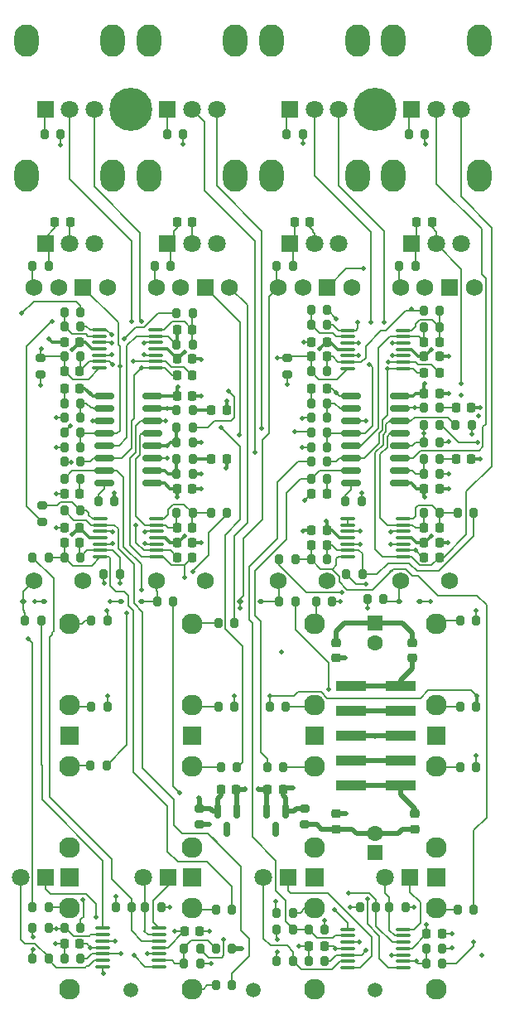
<source format=gbr>
%TF.GenerationSoftware,KiCad,Pcbnew,8.0.0*%
%TF.CreationDate,2024-08-29T00:26:00-07:00*%
%TF.ProjectId,veils_clone,7665696c-735f-4636-9c6f-6e652e6b6963,rev?*%
%TF.SameCoordinates,Original*%
%TF.FileFunction,Copper,L4,Bot*%
%TF.FilePolarity,Positive*%
%FSLAX46Y46*%
G04 Gerber Fmt 4.6, Leading zero omitted, Abs format (unit mm)*
G04 Created by KiCad (PCBNEW 8.0.0) date 2024-08-29 00:26:00*
%MOMM*%
%LPD*%
G01*
G04 APERTURE LIST*
G04 Aperture macros list*
%AMRoundRect*
0 Rectangle with rounded corners*
0 $1 Rounding radius*
0 $2 $3 $4 $5 $6 $7 $8 $9 X,Y pos of 4 corners*
0 Add a 4 corners polygon primitive as box body*
4,1,4,$2,$3,$4,$5,$6,$7,$8,$9,$2,$3,0*
0 Add four circle primitives for the rounded corners*
1,1,$1+$1,$2,$3*
1,1,$1+$1,$4,$5*
1,1,$1+$1,$6,$7*
1,1,$1+$1,$8,$9*
0 Add four rect primitives between the rounded corners*
20,1,$1+$1,$2,$3,$4,$5,0*
20,1,$1+$1,$4,$5,$6,$7,0*
20,1,$1+$1,$6,$7,$8,$9,0*
20,1,$1+$1,$8,$9,$2,$3,0*%
G04 Aperture macros list end*
%TA.AperFunction,ComponentPad*%
%ADD10R,1.750000X1.750000*%
%TD*%
%TA.AperFunction,ComponentPad*%
%ADD11C,1.750000*%
%TD*%
%TA.AperFunction,ComponentPad*%
%ADD12O,2.500000X3.300000*%
%TD*%
%TA.AperFunction,ComponentPad*%
%ADD13R,1.800000X1.800000*%
%TD*%
%TA.AperFunction,ComponentPad*%
%ADD14C,1.800000*%
%TD*%
%TA.AperFunction,ComponentPad*%
%ADD15C,2.130000*%
%TD*%
%TA.AperFunction,ComponentPad*%
%ADD16C,1.500000*%
%TD*%
%TA.AperFunction,ComponentPad*%
%ADD17R,1.930000X1.830000*%
%TD*%
%TA.AperFunction,ComponentPad*%
%ADD18C,4.400000*%
%TD*%
%TA.AperFunction,SMDPad,CuDef*%
%ADD19RoundRect,0.200000X-0.200000X-0.275000X0.200000X-0.275000X0.200000X0.275000X-0.200000X0.275000X0*%
%TD*%
%TA.AperFunction,SMDPad,CuDef*%
%ADD20RoundRect,0.225000X-0.225000X-0.250000X0.225000X-0.250000X0.225000X0.250000X-0.225000X0.250000X0*%
%TD*%
%TA.AperFunction,SMDPad,CuDef*%
%ADD21RoundRect,0.200000X-0.275000X0.200000X-0.275000X-0.200000X0.275000X-0.200000X0.275000X0.200000X0*%
%TD*%
%TA.AperFunction,SMDPad,CuDef*%
%ADD22RoundRect,0.150000X-0.150000X0.587500X-0.150000X-0.587500X0.150000X-0.587500X0.150000X0.587500X0*%
%TD*%
%TA.AperFunction,SMDPad,CuDef*%
%ADD23RoundRect,0.200000X0.200000X0.275000X-0.200000X0.275000X-0.200000X-0.275000X0.200000X-0.275000X0*%
%TD*%
%TA.AperFunction,SMDPad,CuDef*%
%ADD24RoundRect,0.225000X0.225000X0.250000X-0.225000X0.250000X-0.225000X-0.250000X0.225000X-0.250000X0*%
%TD*%
%TA.AperFunction,ComponentPad*%
%ADD25R,1.600000X1.600000*%
%TD*%
%TA.AperFunction,ComponentPad*%
%ADD26C,1.600000*%
%TD*%
%TA.AperFunction,SMDPad,CuDef*%
%ADD27RoundRect,0.225000X-0.250000X0.225000X-0.250000X-0.225000X0.250000X-0.225000X0.250000X0.225000X0*%
%TD*%
%TA.AperFunction,SMDPad,CuDef*%
%ADD28RoundRect,0.112500X-0.187500X-0.112500X0.187500X-0.112500X0.187500X0.112500X-0.187500X0.112500X0*%
%TD*%
%TA.AperFunction,SMDPad,CuDef*%
%ADD29RoundRect,0.100000X0.637500X0.100000X-0.637500X0.100000X-0.637500X-0.100000X0.637500X-0.100000X0*%
%TD*%
%TA.AperFunction,SMDPad,CuDef*%
%ADD30RoundRect,0.112500X0.187500X0.112500X-0.187500X0.112500X-0.187500X-0.112500X0.187500X-0.112500X0*%
%TD*%
%TA.AperFunction,SMDPad,CuDef*%
%ADD31RoundRect,0.150000X-0.825000X-0.150000X0.825000X-0.150000X0.825000X0.150000X-0.825000X0.150000X0*%
%TD*%
%TA.AperFunction,SMDPad,CuDef*%
%ADD32RoundRect,0.100000X-0.637500X-0.100000X0.637500X-0.100000X0.637500X0.100000X-0.637500X0.100000X0*%
%TD*%
%TA.AperFunction,SMDPad,CuDef*%
%ADD33R,3.150000X1.000000*%
%TD*%
%TA.AperFunction,SMDPad,CuDef*%
%ADD34RoundRect,0.200000X0.275000X-0.200000X0.275000X0.200000X-0.275000X0.200000X-0.275000X-0.200000X0*%
%TD*%
%TA.AperFunction,SMDPad,CuDef*%
%ADD35RoundRect,0.225000X0.250000X-0.225000X0.250000X0.225000X-0.250000X0.225000X-0.250000X-0.225000X0*%
%TD*%
%TA.AperFunction,ViaPad*%
%ADD36C,0.500000*%
%TD*%
%TA.AperFunction,Conductor*%
%ADD37C,0.200000*%
%TD*%
%TA.AperFunction,Conductor*%
%ADD38C,0.500000*%
%TD*%
%TA.AperFunction,Conductor*%
%ADD39C,0.300000*%
%TD*%
G04 APERTURE END LIST*
D10*
%TO.P,RV8,1,1*%
%TO.N,Net-(U5B--)*%
X97580000Y-76900000D03*
D11*
%TO.P,RV8,2,2*%
%TO.N,Net-(R52-Pad2)*%
X100080000Y-76900000D03*
%TO.P,RV8,3,3*%
%TO.N,GND*%
X97580000Y-106900000D03*
%TO.P,RV8,4*%
%TO.N,N/C*%
X95080000Y-76900000D03*
%TO.P,RV8,A,A*%
%TO.N,Net-(D5-K)*%
X92580000Y-106900000D03*
%TO.P,RV8,K,K*%
%TO.N,Net-(D5-A)*%
X92580000Y-76900000D03*
%TD*%
D12*
%TO.P,RV3,*%
%TO.N,*%
X66850000Y-51725000D03*
X75650000Y-51725000D03*
D13*
%TO.P,RV3,1,1*%
%TO.N,Net-(R10-Pad2)*%
X68750000Y-58725000D03*
D14*
%TO.P,RV3,2,2*%
%TO.N,Net-(U7B-CVB)*%
X71250000Y-58725000D03*
%TO.P,RV3,3,3*%
%TO.N,Net-(U7A-CVA)*%
X73750000Y-58725000D03*
%TD*%
D15*
%TO.P,J3,T*%
%TO.N,Net-(J3-PadT)*%
X71250000Y-140350000D03*
%TO.P,J3,TN*%
%TO.N,Net-(J3-PadTN)*%
X71250000Y-148650000D03*
%TD*%
D16*
%TO.P,REF\u002A\u002A,1*%
%TO.N,GND*%
X102500000Y-148750000D03*
%TD*%
D12*
%TO.P,RV12,*%
%TO.N,*%
X104325000Y-51725000D03*
X113125000Y-51725000D03*
D13*
%TO.P,RV12,1,1*%
%TO.N,Net-(R81-Pad2)*%
X106225000Y-58725000D03*
D14*
%TO.P,RV12,2,2*%
%TO.N,Net-(U8D-CVD)*%
X108725000Y-58725000D03*
%TO.P,RV12,3,3*%
%TO.N,Net-(U8C-CVC)*%
X111225000Y-58725000D03*
%TD*%
D17*
%TO.P,J2,S*%
%TO.N,GND*%
X71250000Y-122750000D03*
D15*
%TO.P,J2,T*%
%TO.N,Net-(J2-PadT)*%
X71250000Y-111350000D03*
%TO.P,J2,TN*%
%TO.N,Net-(J2-PadTN)*%
X71250000Y-119650000D03*
%TD*%
D12*
%TO.P,RV9,*%
%TO.N,*%
X91850000Y-51725000D03*
X100650000Y-51725000D03*
D13*
%TO.P,RV9,1,1*%
%TO.N,Net-(R57-Pad2)*%
X93750000Y-58725000D03*
D14*
%TO.P,RV9,2,2*%
%TO.N,Net-(U8B-CVB)*%
X96250000Y-58725000D03*
%TO.P,RV9,3,3*%
%TO.N,Net-(U8A-CVA)*%
X98750000Y-58725000D03*
%TD*%
D13*
%TO.P,D4,1,KA*%
%TO.N,Net-(D4-KA)*%
X81275000Y-137250000D03*
D14*
%TO.P,D4,2,AK*%
%TO.N,Net-(D4-AK)*%
X78735000Y-137250000D03*
%TD*%
D15*
%TO.P,J6,T*%
%TO.N,Net-(J6-PadT)*%
X83750000Y-140350000D03*
%TO.P,J6,TN*%
%TO.N,Net-(J6-PadTN)*%
X83750000Y-148650000D03*
%TD*%
D12*
%TO.P,RV7,*%
%TO.N,*%
X91850000Y-65475000D03*
X100650000Y-65475000D03*
D13*
%TO.P,RV7,1,1*%
%TO.N,GND*%
X93750000Y-72475000D03*
D14*
%TO.P,RV7,2,2*%
%TO.N,Net-(C13-Pad1)*%
X96250000Y-72475000D03*
%TO.P,RV7,3,3*%
%TO.N,+10V_REF*%
X98750000Y-72475000D03*
%TD*%
D12*
%TO.P,RV1,*%
%TO.N,*%
X66850000Y-65475000D03*
X75650000Y-65475000D03*
D13*
%TO.P,RV1,1,1*%
%TO.N,GND*%
X68750000Y-72475000D03*
D14*
%TO.P,RV1,2,2*%
%TO.N,Net-(C1-Pad1)*%
X71250000Y-72475000D03*
%TO.P,RV1,3,3*%
%TO.N,+10V_REF*%
X73750000Y-72475000D03*
%TD*%
D15*
%TO.P,J9,T*%
%TO.N,Net-(J9-PadT)*%
X96250000Y-140350000D03*
%TO.P,J9,TN*%
%TO.N,Net-(J9-PadTN)*%
X96250000Y-148650000D03*
%TD*%
D17*
%TO.P,J10,S*%
%TO.N,GND*%
X108750000Y-137250000D03*
D15*
%TO.P,J10,T*%
%TO.N,Net-(J10-PadT)*%
X108750000Y-125850000D03*
%TO.P,J10,TN*%
%TO.N,GND*%
X108750000Y-134150000D03*
%TD*%
D12*
%TO.P,RV4,*%
%TO.N,*%
X79350000Y-65475000D03*
X88150000Y-65475000D03*
D13*
%TO.P,RV4,1,1*%
%TO.N,GND*%
X81250000Y-72475000D03*
D14*
%TO.P,RV4,2,2*%
%TO.N,Net-(C7-Pad1)*%
X83750000Y-72475000D03*
%TO.P,RV4,3,3*%
%TO.N,+10V_REF*%
X86250000Y-72475000D03*
%TD*%
D12*
%TO.P,RV6,*%
%TO.N,*%
X79350000Y-51725000D03*
X88150000Y-51725000D03*
D13*
%TO.P,RV6,1,1*%
%TO.N,Net-(R33-Pad2)*%
X81250000Y-58725000D03*
D14*
%TO.P,RV6,2,2*%
%TO.N,Net-(U7D-CVD)*%
X83750000Y-58725000D03*
%TO.P,RV6,3,3*%
%TO.N,Net-(U7C-CVC)*%
X86250000Y-58725000D03*
%TD*%
D15*
%TO.P,J12,T*%
%TO.N,Net-(J12-PadT)*%
X108750000Y-140350000D03*
%TO.P,J12,TN*%
%TO.N,unconnected-(J12-PadTN)*%
X108750000Y-148650000D03*
%TD*%
D17*
%TO.P,J4,S*%
%TO.N,GND*%
X83750000Y-137250000D03*
D15*
%TO.P,J4,T*%
%TO.N,Net-(J4-PadT)*%
X83750000Y-125850000D03*
%TO.P,J4,TN*%
%TO.N,GND*%
X83750000Y-134150000D03*
%TD*%
D17*
%TO.P,J8,S*%
%TO.N,GND*%
X96250000Y-122750000D03*
D15*
%TO.P,J8,T*%
%TO.N,Net-(J8-PadT)*%
X96250000Y-111350000D03*
%TO.P,J8,TN*%
%TO.N,Net-(J8-PadTN)*%
X96250000Y-119650000D03*
%TD*%
D18*
%TO.P,REF\u002A\u002A,1*%
%TO.N,N/C*%
X102500000Y-58725000D03*
%TD*%
D10*
%TO.P,RV11,1,1*%
%TO.N,Net-(U6B--)*%
X110080000Y-76900000D03*
D11*
%TO.P,RV11,2,2*%
%TO.N,Net-(R76-Pad2)*%
X112580000Y-76900000D03*
%TO.P,RV11,3,3*%
%TO.N,GND*%
X110080000Y-106900000D03*
%TO.P,RV11,4*%
%TO.N,N/C*%
X107580000Y-76900000D03*
%TO.P,RV11,A,A*%
%TO.N,Net-(D7-K)*%
X105080000Y-106900000D03*
%TO.P,RV11,K,K*%
%TO.N,Net-(D7-A)*%
X105080000Y-76900000D03*
%TD*%
D17*
%TO.P,J1,S*%
%TO.N,GND*%
X71250000Y-137250000D03*
D15*
%TO.P,J1,T*%
%TO.N,Net-(J1-PadT)*%
X71250000Y-125850000D03*
%TO.P,J1,TN*%
%TO.N,GND*%
X71250000Y-134150000D03*
%TD*%
D13*
%TO.P,D8,1,KA*%
%TO.N,Net-(D8-KA)*%
X106050000Y-137250000D03*
D14*
%TO.P,D8,2,AK*%
%TO.N,Net-(D8-AK)*%
X103510000Y-137250000D03*
%TD*%
D13*
%TO.P,D6,1,KA*%
%TO.N,Net-(D6-KA)*%
X93550000Y-137250000D03*
D14*
%TO.P,D6,2,AK*%
%TO.N,Net-(D6-AK)*%
X91010000Y-137250000D03*
%TD*%
D17*
%TO.P,J5,S*%
%TO.N,GND*%
X83750000Y-122750000D03*
D15*
%TO.P,J5,T*%
%TO.N,Net-(J5-PadT)*%
X83750000Y-111350000D03*
%TO.P,J5,TN*%
%TO.N,Net-(J5-PadTN)*%
X83750000Y-119650000D03*
%TD*%
D17*
%TO.P,J11,S*%
%TO.N,GND*%
X108750000Y-122750000D03*
D15*
%TO.P,J11,T*%
%TO.N,Net-(J11-PadT)*%
X108750000Y-111350000D03*
%TO.P,J11,TN*%
%TO.N,Net-(J11-PadTN)*%
X108750000Y-119650000D03*
%TD*%
D12*
%TO.P,RV10,*%
%TO.N,*%
X104325000Y-65475000D03*
X113125000Y-65475000D03*
D13*
%TO.P,RV10,1,1*%
%TO.N,GND*%
X106225000Y-72475000D03*
D14*
%TO.P,RV10,2,2*%
%TO.N,Net-(C19-Pad1)*%
X108725000Y-72475000D03*
%TO.P,RV10,3,3*%
%TO.N,+10V_REF*%
X111225000Y-72475000D03*
%TD*%
D17*
%TO.P,J7,S*%
%TO.N,GND*%
X96250000Y-137250000D03*
D15*
%TO.P,J7,T*%
%TO.N,Net-(J7-PadT)*%
X96250000Y-125850000D03*
%TO.P,J7,TN*%
%TO.N,GND*%
X96250000Y-134150000D03*
%TD*%
D18*
%TO.P,REF\u002A\u002A,1*%
%TO.N,N/C*%
X77500000Y-58725000D03*
%TD*%
D13*
%TO.P,D2,1,KA*%
%TO.N,Net-(D2-KA)*%
X68775000Y-137250000D03*
D14*
%TO.P,D2,2,AK*%
%TO.N,Net-(D2-AK)*%
X66235000Y-137250000D03*
%TD*%
D10*
%TO.P,RV5,1,1*%
%TO.N,Net-(U4B--)*%
X85080000Y-76900000D03*
D11*
%TO.P,RV5,2,2*%
%TO.N,Net-(R28-Pad2)*%
X87580000Y-76900000D03*
%TO.P,RV5,3,3*%
%TO.N,GND*%
X85080000Y-106900000D03*
%TO.P,RV5,4*%
%TO.N,N/C*%
X82580000Y-76900000D03*
%TO.P,RV5,A,A*%
%TO.N,Net-(D3-K)*%
X80080000Y-106900000D03*
%TO.P,RV5,K,K*%
%TO.N,Net-(D3-A)*%
X80080000Y-76900000D03*
%TD*%
D16*
%TO.P,REF\u002A\u002A,1*%
%TO.N,GND*%
X77500000Y-148750000D03*
%TD*%
%TO.P,REF\u002A\u002A,1*%
%TO.N,GND*%
X90000000Y-148750000D03*
%TD*%
D10*
%TO.P,RV2,1,1*%
%TO.N,Net-(U2B--)*%
X72580000Y-76900000D03*
D11*
%TO.P,RV2,2,2*%
%TO.N,Net-(R5-Pad2)*%
X75080000Y-76900000D03*
%TO.P,RV2,3,3*%
%TO.N,GND*%
X72580000Y-106900000D03*
%TO.P,RV2,4*%
%TO.N,N/C*%
X70080000Y-76900000D03*
%TO.P,RV2,A,A*%
%TO.N,Net-(D1-K)*%
X67580000Y-106900000D03*
%TO.P,RV2,K,K*%
%TO.N,Net-(D1-A)*%
X67580000Y-76900000D03*
%TD*%
D19*
%TO.P,R37,1*%
%TO.N,/CH1/OUT*%
X74700000Y-106250000D03*
%TO.P,R37,2*%
%TO.N,Net-(U4C--)*%
X76350000Y-106250000D03*
%TD*%
D20*
%TO.P,C20,1*%
%TO.N,Net-(C20-Pad1)*%
X110725000Y-94500000D03*
%TO.P,C20,2*%
%TO.N,GND*%
X112275000Y-94500000D03*
%TD*%
D19*
%TO.P,R68,1*%
%TO.N,Net-(C18-Pad2)*%
X92425000Y-140850000D03*
%TO.P,R68,2*%
%TO.N,Net-(J9-PadT)*%
X94075000Y-140850000D03*
%TD*%
D21*
%TO.P,R94,1*%
%TO.N,+10V_REF*%
X84500000Y-130175000D03*
%TO.P,R94,2*%
%TO.N,+12V*%
X84500000Y-131825000D03*
%TD*%
D22*
%TO.P,U10,1,K*%
%TO.N,+10V_REF*%
X86387500Y-130475000D03*
%TO.P,U10,2,A*%
%TO.N,GND*%
X88287500Y-130475000D03*
%TO.P,U10,3*%
%TO.N,N/C*%
X87337500Y-132350000D03*
%TD*%
D23*
%TO.P,R26,1*%
%TO.N,Net-(C8-Pad1)*%
X83825000Y-94500000D03*
%TO.P,R26,2*%
%TO.N,Net-(U7D-IND)*%
X82175000Y-94500000D03*
%TD*%
%TO.P,R44,1*%
%TO.N,Net-(C12-Pad2)*%
X87825000Y-140500000D03*
%TO.P,R44,2*%
%TO.N,Net-(J6-PadT)*%
X86175000Y-140500000D03*
%TD*%
%TO.P,R25,1*%
%TO.N,-2V5_REF*%
X83825000Y-96000000D03*
%TO.P,R25,2*%
%TO.N,Net-(U7D-IND)*%
X82175000Y-96000000D03*
%TD*%
%TO.P,R43,1*%
%TO.N,Net-(C12-Pad2)*%
X69075000Y-104500000D03*
%TO.P,R43,2*%
%TO.N,Net-(U1C-+)*%
X67425000Y-104500000D03*
%TD*%
D20*
%TO.P,C36,1*%
%TO.N,GND*%
X95975000Y-82500000D03*
%TO.P,C36,2*%
%TO.N,-12V*%
X97525000Y-82500000D03*
%TD*%
D24*
%TO.P,C39,1*%
%TO.N,GND*%
X109025000Y-87750000D03*
%TO.P,C39,2*%
%TO.N,-12V*%
X107475000Y-87750000D03*
%TD*%
%TO.P,C3,1*%
%TO.N,Net-(C3-Pad1)*%
X72275000Y-98000000D03*
%TO.P,C3,2*%
%TO.N,GND*%
X70725000Y-98000000D03*
%TD*%
D20*
%TO.P,C38,1*%
%TO.N,+12V*%
X107475000Y-97500000D03*
%TO.P,C38,2*%
%TO.N,GND*%
X109025000Y-97500000D03*
%TD*%
D19*
%TO.P,R32,1*%
%TO.N,Net-(U4A--)*%
X82175000Y-100000000D03*
%TO.P,R32,2*%
%TO.N,Net-(C11-Pad2)*%
X83825000Y-100000000D03*
%TD*%
D23*
%TO.P,R89,1*%
%TO.N,GND*%
X105575000Y-140250000D03*
%TO.P,R89,2*%
%TO.N,Net-(D8-AK)*%
X103925000Y-140250000D03*
%TD*%
%TO.P,R29,1*%
%TO.N,Net-(C7-Pad1)*%
X83825000Y-91250000D03*
%TO.P,R29,2*%
%TO.N,Net-(U4B--)*%
X82175000Y-91250000D03*
%TD*%
D19*
%TO.P,R49,1*%
%TO.N,-2V5_REF*%
X95925000Y-90250000D03*
%TO.P,R49,2*%
%TO.N,Net-(U8B-INB)*%
X97575000Y-90250000D03*
%TD*%
D23*
%TO.P,R64,1*%
%TO.N,Net-(R64-Pad1)*%
X94325000Y-109000000D03*
%TO.P,R64,2*%
%TO.N,Net-(D5-K)*%
X92675000Y-109000000D03*
%TD*%
D25*
%TO.P,C42,1*%
%TO.N,+12V*%
X102455112Y-111250000D03*
D26*
%TO.P,C42,2*%
%TO.N,GND*%
X102455112Y-113250000D03*
%TD*%
D23*
%TO.P,R10,1*%
%TO.N,GND*%
X70325000Y-61250000D03*
%TO.P,R10,2*%
%TO.N,Net-(R10-Pad2)*%
X68675000Y-61250000D03*
%TD*%
%TO.P,R41,1*%
%TO.N,GND*%
X80575000Y-140250000D03*
%TO.P,R41,2*%
%TO.N,Net-(D4-AK)*%
X78925000Y-140250000D03*
%TD*%
D19*
%TO.P,R8,1*%
%TO.N,-2V5_REF*%
X70675000Y-93250000D03*
%TO.P,R8,2*%
%TO.N,Net-(U2B--)*%
X72325000Y-93250000D03*
%TD*%
D27*
%TO.P,C44,1*%
%TO.N,GND*%
X98500000Y-130725000D03*
%TO.P,C44,2*%
%TO.N,-12V*%
X98500000Y-132275000D03*
%TD*%
D23*
%TO.P,R91,1*%
%TO.N,Net-(C24-Pad2)*%
X94325000Y-104750000D03*
%TO.P,R91,2*%
%TO.N,Net-(U3C-+)*%
X92675000Y-104750000D03*
%TD*%
D19*
%TO.P,R27,1*%
%TO.N,Net-(J4-PadT)*%
X86675000Y-126000000D03*
%TO.P,R27,2*%
%TO.N,Net-(U7C-INC)*%
X88325000Y-126000000D03*
%TD*%
%TO.P,R71,1*%
%TO.N,Net-(U5D--)*%
X95925000Y-80750000D03*
%TO.P,R71,2*%
%TO.N,/CH3/OUT*%
X97575000Y-80750000D03*
%TD*%
D21*
%TO.P,R61,1*%
%TO.N,/CH2/OUT*%
X68450000Y-99225000D03*
%TO.P,R61,2*%
%TO.N,Net-(U5C--)*%
X68450000Y-100875000D03*
%TD*%
D19*
%TO.P,R14,1*%
%TO.N,Net-(U1B--)*%
X70675000Y-142400000D03*
%TO.P,R14,2*%
%TO.N,Net-(D1-A)*%
X72325000Y-142400000D03*
%TD*%
D23*
%TO.P,R78,1*%
%TO.N,Net-(C21-Pad1)*%
X109075000Y-89250000D03*
%TO.P,R78,2*%
%TO.N,Net-(U8C-INC)*%
X107425000Y-89250000D03*
%TD*%
D19*
%TO.P,R82,1*%
%TO.N,Net-(U8C-CVC)*%
X110675000Y-91000000D03*
%TO.P,R82,2*%
%TO.N,Net-(U3D--)*%
X112325000Y-91000000D03*
%TD*%
%TO.P,R55,1*%
%TO.N,-2V5_REF*%
X95925000Y-93250000D03*
%TO.P,R55,2*%
%TO.N,Net-(U5B--)*%
X97575000Y-93250000D03*
%TD*%
D28*
%TO.P,D1,1,K*%
%TO.N,Net-(D1-K)*%
X66495000Y-109000000D03*
%TO.P,D1,2,A*%
%TO.N,Net-(D1-A)*%
X68595000Y-109000000D03*
%TD*%
D29*
%TO.P,U4,1*%
%TO.N,Net-(C11-Pad2)*%
X80112500Y-100550000D03*
%TO.P,U4,2,-*%
%TO.N,Net-(U4A--)*%
X80112500Y-101200000D03*
%TO.P,U4,3,+*%
%TO.N,GND*%
X80112500Y-101850000D03*
%TO.P,U4,4,V+*%
%TO.N,+12V*%
X80112500Y-102500000D03*
%TO.P,U4,5,+*%
%TO.N,GND*%
X80112500Y-103150000D03*
%TO.P,U4,6,-*%
%TO.N,Net-(U4B--)*%
X80112500Y-103800000D03*
%TO.P,U4,7*%
%TO.N,Net-(U7C-CVC)*%
X80112500Y-104450000D03*
%TO.P,U4,8*%
%TO.N,Net-(C12-Pad2)*%
X74387500Y-104450000D03*
%TO.P,U4,9,-*%
%TO.N,Net-(U4C--)*%
X74387500Y-103800000D03*
%TO.P,U4,10,+*%
%TO.N,GND*%
X74387500Y-103150000D03*
%TO.P,U4,11,V-*%
%TO.N,-12V*%
X74387500Y-102500000D03*
%TO.P,U4,12,+*%
%TO.N,GND*%
X74387500Y-101850000D03*
%TO.P,U4,13,-*%
%TO.N,Net-(U4D--)*%
X74387500Y-101200000D03*
%TO.P,U4,14*%
%TO.N,/CH2/OUT*%
X74387500Y-100550000D03*
%TD*%
D23*
%TO.P,R87,1*%
%TO.N,Net-(U6C--)*%
X97575000Y-104750000D03*
%TO.P,R87,2*%
%TO.N,Net-(C24-Pad2)*%
X95925000Y-104750000D03*
%TD*%
D19*
%TO.P,R96,1*%
%TO.N,Net-(U8E-MODE)*%
X99425000Y-98750000D03*
%TO.P,R96,2*%
%TO.N,+12V*%
X101075000Y-98750000D03*
%TD*%
D20*
%TO.P,C45,1*%
%TO.N,+10V_REF*%
X86725000Y-128250000D03*
%TO.P,C45,2*%
%TO.N,GND*%
X88275000Y-128250000D03*
%TD*%
D24*
%TO.P,C6,1*%
%TO.N,Net-(U2C--)*%
X72275000Y-85500000D03*
%TO.P,C6,2*%
%TO.N,Net-(C6-Pad2)*%
X70725000Y-85500000D03*
%TD*%
D30*
%TO.P,D5,1,K*%
%TO.N,Net-(D5-K)*%
X90800000Y-109000000D03*
%TO.P,D5,2,A*%
%TO.N,Net-(D5-A)*%
X88700000Y-109000000D03*
%TD*%
D23*
%TO.P,R60,1*%
%TO.N,Net-(C17-Pad2)*%
X109075000Y-79350000D03*
%TO.P,R60,2*%
%TO.N,Net-(U5C--)*%
X107425000Y-79350000D03*
%TD*%
D19*
%TO.P,R3,1*%
%TO.N,Net-(C2-Pad1)*%
X70675000Y-88750000D03*
%TO.P,R3,2*%
%TO.N,Net-(U7B-INB)*%
X72325000Y-88750000D03*
%TD*%
%TO.P,R9,1*%
%TO.N,Net-(U2A--)*%
X82175000Y-82750000D03*
%TO.P,R9,2*%
%TO.N,Net-(C5-Pad2)*%
X83825000Y-82750000D03*
%TD*%
D24*
%TO.P,C33,1*%
%TO.N,+12V*%
X97275000Y-144250000D03*
%TO.P,C33,2*%
%TO.N,GND*%
X95725000Y-144250000D03*
%TD*%
D19*
%TO.P,R28,1*%
%TO.N,Net-(J5-PadT)*%
X86425000Y-111250000D03*
%TO.P,R28,2*%
%TO.N,Net-(R28-Pad2)*%
X88075000Y-111250000D03*
%TD*%
D23*
%TO.P,R1,1*%
%TO.N,+10V_REF*%
X75075000Y-119750000D03*
%TO.P,R1,2*%
%TO.N,Net-(J2-PadTN)*%
X73425000Y-119750000D03*
%TD*%
%TO.P,R16,1*%
%TO.N,Net-(R16-Pad1)*%
X68325000Y-111000000D03*
%TO.P,R16,2*%
%TO.N,Net-(D1-K)*%
X66675000Y-111000000D03*
%TD*%
D24*
%TO.P,C1,1*%
%TO.N,Net-(C1-Pad1)*%
X71275000Y-70250000D03*
%TO.P,C1,2*%
%TO.N,GND*%
X69725000Y-70250000D03*
%TD*%
D20*
%TO.P,C46,1*%
%TO.N,GND*%
X91475000Y-128250000D03*
%TO.P,C46,2*%
%TO.N,-2V5_REF*%
X93025000Y-128250000D03*
%TD*%
D23*
%TO.P,R83,1*%
%TO.N,-2V5_REF*%
X109325000Y-144500000D03*
%TO.P,R83,2*%
%TO.N,Net-(U3D--)*%
X107675000Y-144500000D03*
%TD*%
D19*
%TO.P,R56,1*%
%TO.N,Net-(U5A--)*%
X107425000Y-81000000D03*
%TO.P,R56,2*%
%TO.N,Net-(C17-Pad2)*%
X109075000Y-81000000D03*
%TD*%
D24*
%TO.P,C4,1*%
%TO.N,Net-(U2B--)*%
X83775000Y-85900000D03*
%TO.P,C4,2*%
%TO.N,Net-(U7A-CVA)*%
X82225000Y-85900000D03*
%TD*%
D31*
%TO.P,U7,1,MODE*%
%TO.N,Net-(U7E-MODE)*%
X74775000Y-96945000D03*
%TO.P,U7,2,INA*%
%TO.N,Net-(U7A-INA)*%
X74775000Y-95675000D03*
%TO.P,U7,3,CVA*%
%TO.N,Net-(U7A-CVA)*%
X74775000Y-94405000D03*
%TO.P,U7,4,OUTA*%
%TO.N,Net-(U2A--)*%
X74775000Y-93135000D03*
%TO.P,U7,5,OUTB*%
%TO.N,Net-(U2B--)*%
X74775000Y-91865000D03*
%TO.P,U7,6,CVB*%
%TO.N,Net-(U7B-CVB)*%
X74775000Y-90595000D03*
%TO.P,U7,7,INB*%
%TO.N,Net-(U7B-INB)*%
X74775000Y-89325000D03*
%TO.P,U7,8,GND*%
%TO.N,GND*%
X74775000Y-88055000D03*
%TO.P,U7,9,V-*%
%TO.N,-12V*%
X79725000Y-88055000D03*
%TO.P,U7,10,INC*%
%TO.N,Net-(U7C-INC)*%
X79725000Y-89325000D03*
%TO.P,U7,11,CVC*%
%TO.N,Net-(U7C-CVC)*%
X79725000Y-90595000D03*
%TO.P,U7,12,OUTC*%
%TO.N,Net-(U4A--)*%
X79725000Y-91865000D03*
%TO.P,U7,13,OUTD*%
%TO.N,Net-(U4B--)*%
X79725000Y-93135000D03*
%TO.P,U7,14,CVD*%
%TO.N,Net-(U7D-CVD)*%
X79725000Y-94405000D03*
%TO.P,U7,15,IND*%
%TO.N,Net-(U7D-IND)*%
X79725000Y-95675000D03*
%TO.P,U7,16,V+*%
%TO.N,+12V*%
X79725000Y-96945000D03*
%TD*%
D23*
%TO.P,R35,1*%
%TO.N,-2V5_REF*%
X87825000Y-144500000D03*
%TO.P,R35,2*%
%TO.N,Net-(U1D--)*%
X86175000Y-144500000D03*
%TD*%
D19*
%TO.P,R84,1*%
%TO.N,Net-(C23-Pad2)*%
X110925000Y-100000000D03*
%TO.P,R84,2*%
%TO.N,Net-(U6C--)*%
X112575000Y-100000000D03*
%TD*%
%TO.P,R36,1*%
%TO.N,Net-(C11-Pad2)*%
X85675000Y-100000000D03*
%TO.P,R36,2*%
%TO.N,Net-(U4C--)*%
X87325000Y-100000000D03*
%TD*%
D20*
%TO.P,C29,1*%
%TO.N,GND*%
X70725000Y-101500000D03*
%TO.P,C29,2*%
%TO.N,-12V*%
X72275000Y-101500000D03*
%TD*%
D23*
%TO.P,R92,1*%
%TO.N,Net-(C24-Pad2)*%
X112575000Y-140500000D03*
%TO.P,R92,2*%
%TO.N,Net-(J12-PadT)*%
X110925000Y-140500000D03*
%TD*%
D19*
%TO.P,R53,1*%
%TO.N,Net-(C13-Pad1)*%
X95925000Y-91750000D03*
%TO.P,R53,2*%
%TO.N,Net-(U5B--)*%
X97575000Y-91750000D03*
%TD*%
D22*
%TO.P,U9,1,K*%
%TO.N,GND*%
X91387500Y-130475000D03*
%TO.P,U9,2,A*%
%TO.N,-2V5_REF*%
X93287500Y-130475000D03*
%TO.P,U9,3*%
%TO.N,N/C*%
X92337500Y-132350000D03*
%TD*%
D23*
%TO.P,R7,1*%
%TO.N,Net-(C3-Pad1)*%
X72325000Y-96500000D03*
%TO.P,R7,2*%
%TO.N,Net-(U7A-INA)*%
X70675000Y-96500000D03*
%TD*%
D19*
%TO.P,R50,1*%
%TO.N,Net-(C14-Pad1)*%
X95925000Y-88750000D03*
%TO.P,R50,2*%
%TO.N,Net-(U8B-INB)*%
X97575000Y-88750000D03*
%TD*%
D20*
%TO.P,C11,1*%
%TO.N,Net-(U4A--)*%
X82225000Y-101500000D03*
%TO.P,C11,2*%
%TO.N,Net-(C11-Pad2)*%
X83775000Y-101500000D03*
%TD*%
D23*
%TO.P,R22,1*%
%TO.N,Net-(J3-PadTN)*%
X72325000Y-79450000D03*
%TO.P,R22,2*%
%TO.N,Net-(U2D--)*%
X70675000Y-79450000D03*
%TD*%
D28*
%TO.P,D7,1,K*%
%TO.N,Net-(D7-K)*%
X104950000Y-109000000D03*
%TO.P,D7,2,A*%
%TO.N,Net-(D7-A)*%
X107050000Y-109000000D03*
%TD*%
D24*
%TO.P,C26,1*%
%TO.N,GND*%
X84525000Y-142750000D03*
%TO.P,C26,2*%
%TO.N,-12V*%
X82975000Y-142750000D03*
%TD*%
%TO.P,C13,1*%
%TO.N,Net-(C13-Pad1)*%
X95775000Y-70250000D03*
%TO.P,C13,2*%
%TO.N,GND*%
X94225000Y-70250000D03*
%TD*%
D19*
%TO.P,R76,1*%
%TO.N,Net-(J11-PadT)*%
X111175000Y-111000000D03*
%TO.P,R76,2*%
%TO.N,Net-(R76-Pad2)*%
X112825000Y-111000000D03*
%TD*%
D24*
%TO.P,C25,1*%
%TO.N,+12V*%
X72275000Y-144000000D03*
%TO.P,C25,2*%
%TO.N,GND*%
X70725000Y-144000000D03*
%TD*%
D23*
%TO.P,R58,1*%
%TO.N,Net-(U8A-CVA)*%
X97575000Y-94750000D03*
%TO.P,R58,2*%
%TO.N,Net-(U3B--)*%
X95925000Y-94750000D03*
%TD*%
D19*
%TO.P,R66,1*%
%TO.N,GND*%
X95675000Y-145750000D03*
%TO.P,R66,2*%
%TO.N,Net-(U3A-+)*%
X97325000Y-145750000D03*
%TD*%
%TO.P,R47,1*%
%TO.N,Net-(U4D--)*%
X70675000Y-99750000D03*
%TO.P,R47,2*%
%TO.N,/CH2/OUT*%
X72325000Y-99750000D03*
%TD*%
D23*
%TO.P,R51,1*%
%TO.N,Net-(J7-PadT)*%
X93075000Y-126000000D03*
%TO.P,R51,2*%
%TO.N,Net-(U8A-INA)*%
X91425000Y-126000000D03*
%TD*%
%TO.P,R54,1*%
%TO.N,Net-(C15-Pad1)*%
X97575000Y-96500000D03*
%TO.P,R54,2*%
%TO.N,Net-(U8A-INA)*%
X95925000Y-96500000D03*
%TD*%
%TO.P,R31,1*%
%TO.N,-2V5_REF*%
X83825000Y-92750000D03*
%TO.P,R31,2*%
%TO.N,Net-(U4B--)*%
X82175000Y-92750000D03*
%TD*%
D20*
%TO.P,C8,1*%
%TO.N,Net-(C8-Pad1)*%
X85725000Y-94500000D03*
%TO.P,C8,2*%
%TO.N,GND*%
X87275000Y-94500000D03*
%TD*%
%TO.P,C10,1*%
%TO.N,Net-(U4B--)*%
X82225000Y-104500000D03*
%TO.P,C10,2*%
%TO.N,Net-(U7C-CVC)*%
X83775000Y-104500000D03*
%TD*%
D21*
%TO.P,R19,1*%
%TO.N,Net-(C6-Pad2)*%
X68250000Y-84175000D03*
%TO.P,R19,2*%
%TO.N,Net-(U1A-+)*%
X68250000Y-85825000D03*
%TD*%
D19*
%TO.P,R6,1*%
%TO.N,Net-(C1-Pad1)*%
X70675000Y-91750000D03*
%TO.P,R6,2*%
%TO.N,Net-(U2B--)*%
X72325000Y-91750000D03*
%TD*%
D20*
%TO.P,C5,1*%
%TO.N,Net-(U2A--)*%
X82225000Y-81250000D03*
%TO.P,C5,2*%
%TO.N,Net-(C5-Pad2)*%
X83775000Y-81250000D03*
%TD*%
D19*
%TO.P,R65,1*%
%TO.N,GND*%
X92425000Y-145750000D03*
%TO.P,R65,2*%
%TO.N,Net-(D6-AK)*%
X94075000Y-145750000D03*
%TD*%
D23*
%TO.P,R77,1*%
%TO.N,Net-(C19-Pad1)*%
X109075000Y-91000000D03*
%TO.P,R77,2*%
%TO.N,Net-(U6B--)*%
X107425000Y-91000000D03*
%TD*%
D31*
%TO.P,U8,1,MODE*%
%TO.N,Net-(U8E-MODE)*%
X100025000Y-96945000D03*
%TO.P,U8,2,INA*%
%TO.N,Net-(U8A-INA)*%
X100025000Y-95675000D03*
%TO.P,U8,3,CVA*%
%TO.N,Net-(U8A-CVA)*%
X100025000Y-94405000D03*
%TO.P,U8,4,OUTA*%
%TO.N,Net-(U5A--)*%
X100025000Y-93135000D03*
%TO.P,U8,5,OUTB*%
%TO.N,Net-(U5B--)*%
X100025000Y-91865000D03*
%TO.P,U8,6,CVB*%
%TO.N,Net-(U8B-CVB)*%
X100025000Y-90595000D03*
%TO.P,U8,7,INB*%
%TO.N,Net-(U8B-INB)*%
X100025000Y-89325000D03*
%TO.P,U8,8,GND*%
%TO.N,GND*%
X100025000Y-88055000D03*
%TO.P,U8,9,V-*%
%TO.N,-12V*%
X104975000Y-88055000D03*
%TO.P,U8,10,INC*%
%TO.N,Net-(U8C-INC)*%
X104975000Y-89325000D03*
%TO.P,U8,11,CVC*%
%TO.N,Net-(U8C-CVC)*%
X104975000Y-90595000D03*
%TO.P,U8,12,OUTC*%
%TO.N,Net-(U6A--)*%
X104975000Y-91865000D03*
%TO.P,U8,13,OUTD*%
%TO.N,Net-(U6B--)*%
X104975000Y-93135000D03*
%TO.P,U8,14,CVD*%
%TO.N,Net-(U8D-CVD)*%
X104975000Y-94405000D03*
%TO.P,U8,15,IND*%
%TO.N,Net-(U8D-IND)*%
X104975000Y-95675000D03*
%TO.P,U8,16,V+*%
%TO.N,+12V*%
X104975000Y-96945000D03*
%TD*%
D32*
%TO.P,U1,1*%
%TO.N,Net-(D2-KA)*%
X74637500Y-146325000D03*
%TO.P,U1,2,-*%
%TO.N,Net-(D2-AK)*%
X74637500Y-145675000D03*
%TO.P,U1,3,+*%
%TO.N,Net-(U1A-+)*%
X74637500Y-145025000D03*
%TO.P,U1,4,V+*%
%TO.N,+12V*%
X74637500Y-144375000D03*
%TO.P,U1,5,+*%
%TO.N,GND*%
X74637500Y-143725000D03*
%TO.P,U1,6,-*%
%TO.N,Net-(U1B--)*%
X74637500Y-143075000D03*
%TO.P,U1,7*%
%TO.N,Net-(R16-Pad1)*%
X74637500Y-142425000D03*
%TO.P,U1,8*%
%TO.N,Net-(D4-KA)*%
X80362500Y-142425000D03*
%TO.P,U1,9,-*%
%TO.N,Net-(D4-AK)*%
X80362500Y-143075000D03*
%TO.P,U1,10,+*%
%TO.N,Net-(U1C-+)*%
X80362500Y-143725000D03*
%TO.P,U1,11,V-*%
%TO.N,-12V*%
X80362500Y-144375000D03*
%TO.P,U1,12,+*%
%TO.N,GND*%
X80362500Y-145025000D03*
%TO.P,U1,13,-*%
%TO.N,Net-(U1D--)*%
X80362500Y-145675000D03*
%TO.P,U1,14*%
%TO.N,Net-(R40-Pad1)*%
X80362500Y-146325000D03*
%TD*%
D19*
%TO.P,R48,1*%
%TO.N,+10V_REF*%
X91675000Y-119750000D03*
%TO.P,R48,2*%
%TO.N,Net-(J8-PadTN)*%
X93325000Y-119750000D03*
%TD*%
D20*
%TO.P,C27,1*%
%TO.N,+12V*%
X82225000Y-84250000D03*
%TO.P,C27,2*%
%TO.N,GND*%
X83775000Y-84250000D03*
%TD*%
D19*
%TO.P,R38,1*%
%TO.N,Net-(U1D--)*%
X82925000Y-146000000D03*
%TO.P,R38,2*%
%TO.N,Net-(D3-A)*%
X84575000Y-146000000D03*
%TD*%
%TO.P,R17,1*%
%TO.N,GND*%
X67425000Y-145500000D03*
%TO.P,R17,2*%
%TO.N,Net-(D2-AK)*%
X69075000Y-145500000D03*
%TD*%
D24*
%TO.P,C19,1*%
%TO.N,Net-(C19-Pad1)*%
X108275000Y-70250000D03*
%TO.P,C19,2*%
%TO.N,GND*%
X106725000Y-70250000D03*
%TD*%
%TO.P,C32,1*%
%TO.N,GND*%
X83775000Y-88000000D03*
%TO.P,C32,2*%
%TO.N,-12V*%
X82225000Y-88000000D03*
%TD*%
D20*
%TO.P,C31,1*%
%TO.N,+12V*%
X82225000Y-97500000D03*
%TO.P,C31,2*%
%TO.N,GND*%
X83775000Y-97500000D03*
%TD*%
D23*
%TO.P,R63,1*%
%TO.N,Net-(U5C--)*%
X97575000Y-85500000D03*
%TO.P,R63,2*%
%TO.N,Net-(C18-Pad2)*%
X95925000Y-85500000D03*
%TD*%
D20*
%TO.P,C40,1*%
%TO.N,+12V*%
X107475000Y-103000000D03*
%TO.P,C40,2*%
%TO.N,GND*%
X109025000Y-103000000D03*
%TD*%
D19*
%TO.P,R4,1*%
%TO.N,Net-(J1-PadT)*%
X73350000Y-125750000D03*
%TO.P,R4,2*%
%TO.N,Net-(U7A-INA)*%
X75000000Y-125750000D03*
%TD*%
D29*
%TO.P,U6,1*%
%TO.N,Net-(C23-Pad2)*%
X105362500Y-100550000D03*
%TO.P,U6,2,-*%
%TO.N,Net-(U6A--)*%
X105362500Y-101200000D03*
%TO.P,U6,3,+*%
%TO.N,GND*%
X105362500Y-101850000D03*
%TO.P,U6,4,V+*%
%TO.N,+12V*%
X105362500Y-102500000D03*
%TO.P,U6,5,+*%
%TO.N,GND*%
X105362500Y-103150000D03*
%TO.P,U6,6,-*%
%TO.N,Net-(U6B--)*%
X105362500Y-103800000D03*
%TO.P,U6,7*%
%TO.N,Net-(U8C-CVC)*%
X105362500Y-104450000D03*
%TO.P,U6,8*%
%TO.N,Net-(C24-Pad2)*%
X99637500Y-104450000D03*
%TO.P,U6,9,-*%
%TO.N,Net-(U6C--)*%
X99637500Y-103800000D03*
%TO.P,U6,10,+*%
%TO.N,GND*%
X99637500Y-103150000D03*
%TO.P,U6,11,V-*%
%TO.N,-12V*%
X99637500Y-102500000D03*
%TO.P,U6,12,+*%
%TO.N,GND*%
X99637500Y-101850000D03*
%TO.P,U6,13,-*%
%TO.N,Net-(U6D--)*%
X99637500Y-101200000D03*
%TO.P,U6,14*%
X99637500Y-100550000D03*
%TD*%
D20*
%TO.P,C2,1*%
%TO.N,Net-(C2-Pad1)*%
X70725000Y-87250000D03*
%TO.P,C2,2*%
%TO.N,GND*%
X72275000Y-87250000D03*
%TD*%
D21*
%TO.P,R67,1*%
%TO.N,Net-(C18-Pad2)*%
X93500000Y-84175000D03*
%TO.P,R67,2*%
%TO.N,Net-(U3A-+)*%
X93500000Y-85825000D03*
%TD*%
D23*
%TO.P,R34,1*%
%TO.N,Net-(U7C-CVC)*%
X84575000Y-144500000D03*
%TO.P,R34,2*%
%TO.N,Net-(U1D--)*%
X82925000Y-144500000D03*
%TD*%
D19*
%TO.P,R80,1*%
%TO.N,Net-(U6A--)*%
X107425000Y-100000000D03*
%TO.P,R80,2*%
%TO.N,Net-(C23-Pad2)*%
X109075000Y-100000000D03*
%TD*%
D23*
%TO.P,R81,1*%
%TO.N,GND*%
X107575000Y-61250000D03*
%TO.P,R81,2*%
%TO.N,Net-(R81-Pad2)*%
X105925000Y-61250000D03*
%TD*%
D29*
%TO.P,U5,1*%
%TO.N,Net-(C17-Pad2)*%
X105362500Y-81300000D03*
%TO.P,U5,2,-*%
%TO.N,Net-(U5A--)*%
X105362500Y-81950000D03*
%TO.P,U5,3,+*%
%TO.N,GND*%
X105362500Y-82600000D03*
%TO.P,U5,4,V+*%
%TO.N,+12V*%
X105362500Y-83250000D03*
%TO.P,U5,5,+*%
%TO.N,GND*%
X105362500Y-83900000D03*
%TO.P,U5,6,-*%
%TO.N,Net-(U5B--)*%
X105362500Y-84550000D03*
%TO.P,U5,7*%
%TO.N,Net-(U8A-CVA)*%
X105362500Y-85200000D03*
%TO.P,U5,8*%
%TO.N,Net-(C18-Pad2)*%
X99637500Y-85200000D03*
%TO.P,U5,9,-*%
%TO.N,Net-(U5C--)*%
X99637500Y-84550000D03*
%TO.P,U5,10,+*%
%TO.N,GND*%
X99637500Y-83900000D03*
%TO.P,U5,11,V-*%
%TO.N,-12V*%
X99637500Y-83250000D03*
%TO.P,U5,12,+*%
%TO.N,GND*%
X99637500Y-82600000D03*
%TO.P,U5,13,-*%
%TO.N,Net-(U5D--)*%
X99637500Y-81950000D03*
%TO.P,U5,14*%
%TO.N,/CH3/OUT*%
X99637500Y-81300000D03*
%TD*%
D24*
%TO.P,C18,1*%
%TO.N,Net-(U5C--)*%
X97525000Y-84000000D03*
%TO.P,C18,2*%
%TO.N,Net-(C18-Pad2)*%
X95975000Y-84000000D03*
%TD*%
D19*
%TO.P,R90,1*%
%TO.N,GND*%
X100925000Y-140250000D03*
%TO.P,R90,2*%
%TO.N,Net-(U3C-+)*%
X102575000Y-140250000D03*
%TD*%
%TO.P,R85,1*%
%TO.N,/CH3/OUT*%
X99525000Y-106250000D03*
%TO.P,R85,2*%
%TO.N,Net-(U6C--)*%
X101175000Y-106250000D03*
%TD*%
D24*
%TO.P,C16,1*%
%TO.N,Net-(U5B--)*%
X109025000Y-85650000D03*
%TO.P,C16,2*%
%TO.N,Net-(U8A-CVA)*%
X107475000Y-85650000D03*
%TD*%
D19*
%TO.P,R52,1*%
%TO.N,Net-(J8-PadT)*%
X96425000Y-109000000D03*
%TO.P,R52,2*%
%TO.N,Net-(R52-Pad2)*%
X98075000Y-109000000D03*
%TD*%
%TO.P,R18,1*%
%TO.N,GND*%
X70675000Y-145500000D03*
%TO.P,R18,2*%
%TO.N,Net-(U1A-+)*%
X72325000Y-145500000D03*
%TD*%
%TO.P,R75,1*%
%TO.N,Net-(J10-PadT)*%
X111175000Y-126000000D03*
%TO.P,R75,2*%
%TO.N,Net-(U8C-INC)*%
X112825000Y-126000000D03*
%TD*%
D33*
%TO.P,J13,1,Pin_1*%
%TO.N,Net-(J13-Pin_1)*%
X100000000Y-127830000D03*
%TO.P,J13,2,Pin_2*%
X105050000Y-127830000D03*
%TO.P,J13,3,Pin_3*%
%TO.N,GND*%
X100000000Y-125290000D03*
%TO.P,J13,4,Pin_4*%
X105050000Y-125290000D03*
%TO.P,J13,5,Pin_5*%
X100000000Y-122750000D03*
%TO.P,J13,6,Pin_6*%
X105050000Y-122750000D03*
%TO.P,J13,7,Pin_7*%
X100000000Y-120210000D03*
%TO.P,J13,8,Pin_8*%
X105050000Y-120210000D03*
%TO.P,J13,9,Pin_9*%
%TO.N,Net-(J13-Pin_10)*%
X100000000Y-117670000D03*
%TO.P,J13,10,Pin_10*%
X105050000Y-117670000D03*
%TD*%
D19*
%TO.P,R62,1*%
%TO.N,Net-(U3B--)*%
X95675000Y-142550000D03*
%TO.P,R62,2*%
%TO.N,Net-(D5-A)*%
X97325000Y-142550000D03*
%TD*%
D20*
%TO.P,C17,1*%
%TO.N,Net-(U5A--)*%
X107475000Y-82500000D03*
%TO.P,C17,2*%
%TO.N,Net-(C17-Pad2)*%
X109025000Y-82500000D03*
%TD*%
D19*
%TO.P,R5,1*%
%TO.N,Net-(J2-PadT)*%
X73425000Y-111000000D03*
%TO.P,R5,2*%
%TO.N,Net-(R5-Pad2)*%
X75075000Y-111000000D03*
%TD*%
%TO.P,R21,1*%
%TO.N,Net-(D1-A)*%
X67425000Y-74750000D03*
%TO.P,R21,2*%
%TO.N,GND*%
X69075000Y-74750000D03*
%TD*%
D23*
%TO.P,R40,1*%
%TO.N,Net-(R40-Pad1)*%
X81825000Y-109000000D03*
%TO.P,R40,2*%
%TO.N,Net-(D3-K)*%
X80175000Y-109000000D03*
%TD*%
D24*
%TO.P,C34,1*%
%TO.N,GND*%
X109275000Y-143000000D03*
%TO.P,C34,2*%
%TO.N,-12V*%
X107725000Y-143000000D03*
%TD*%
%TO.P,C12,1*%
%TO.N,Net-(U4C--)*%
X72275000Y-103000000D03*
%TO.P,C12,2*%
%TO.N,Net-(C12-Pad2)*%
X70725000Y-103000000D03*
%TD*%
D19*
%TO.P,R23,1*%
%TO.N,Net-(U2D--)*%
X70675000Y-80900000D03*
%TO.P,R23,2*%
%TO.N,/CH1/OUT*%
X72325000Y-80900000D03*
%TD*%
D27*
%TO.P,C43,1*%
%TO.N,+12V*%
X98500000Y-113225000D03*
%TO.P,C43,2*%
%TO.N,GND*%
X98500000Y-114775000D03*
%TD*%
D23*
%TO.P,R39,1*%
%TO.N,Net-(U4C--)*%
X72325000Y-104500000D03*
%TO.P,R39,2*%
%TO.N,Net-(C12-Pad2)*%
X70675000Y-104500000D03*
%TD*%
%TO.P,R70,1*%
%TO.N,Net-(J9-PadTN)*%
X97575000Y-79250000D03*
%TO.P,R70,2*%
%TO.N,Net-(U5D--)*%
X95925000Y-79250000D03*
%TD*%
D19*
%TO.P,R88,1*%
%TO.N,Net-(R88-Pad1)*%
X101675000Y-108750000D03*
%TO.P,R88,2*%
%TO.N,Net-(D7-K)*%
X103325000Y-108750000D03*
%TD*%
D20*
%TO.P,C9,1*%
%TO.N,Net-(C9-Pad1)*%
X85725000Y-89500000D03*
%TO.P,C9,2*%
%TO.N,GND*%
X87275000Y-89500000D03*
%TD*%
D23*
%TO.P,R11,1*%
%TO.N,Net-(U7A-CVA)*%
X72325000Y-94750000D03*
%TO.P,R11,2*%
%TO.N,Net-(U1B--)*%
X70675000Y-94750000D03*
%TD*%
D24*
%TO.P,C24,1*%
%TO.N,Net-(U6C--)*%
X97525000Y-103250000D03*
%TO.P,C24,2*%
%TO.N,Net-(C24-Pad2)*%
X95975000Y-103250000D03*
%TD*%
D19*
%TO.P,R93,1*%
%TO.N,Net-(D7-A)*%
X104925000Y-74750000D03*
%TO.P,R93,2*%
%TO.N,GND*%
X106575000Y-74750000D03*
%TD*%
%TO.P,R97,1*%
%TO.N,Net-(U7E-MODE)*%
X74175000Y-98750000D03*
%TO.P,R97,2*%
%TO.N,+12V*%
X75825000Y-98750000D03*
%TD*%
D20*
%TO.P,C35,1*%
%TO.N,+12V*%
X107475000Y-84000000D03*
%TO.P,C35,2*%
%TO.N,GND*%
X109025000Y-84000000D03*
%TD*%
D29*
%TO.P,U2,1*%
%TO.N,Net-(C5-Pad2)*%
X80000000Y-81250000D03*
%TO.P,U2,2,-*%
%TO.N,Net-(U2A--)*%
X80000000Y-81900000D03*
%TO.P,U2,3,+*%
%TO.N,GND*%
X80000000Y-82550000D03*
%TO.P,U2,4,V+*%
%TO.N,+12V*%
X80000000Y-83200000D03*
%TO.P,U2,5,+*%
%TO.N,GND*%
X80000000Y-83850000D03*
%TO.P,U2,6,-*%
%TO.N,Net-(U2B--)*%
X80000000Y-84500000D03*
%TO.P,U2,7*%
%TO.N,Net-(U7A-CVA)*%
X80000000Y-85150000D03*
%TO.P,U2,8*%
%TO.N,Net-(C6-Pad2)*%
X74275000Y-85150000D03*
%TO.P,U2,9,-*%
%TO.N,Net-(U2C--)*%
X74275000Y-84500000D03*
%TO.P,U2,10,+*%
%TO.N,GND*%
X74275000Y-83850000D03*
%TO.P,U2,11,V-*%
%TO.N,-12V*%
X74275000Y-83200000D03*
%TO.P,U2,12,+*%
%TO.N,GND*%
X74275000Y-82550000D03*
%TO.P,U2,13,-*%
%TO.N,Net-(U2D--)*%
X74275000Y-81900000D03*
%TO.P,U2,14*%
%TO.N,/CH1/OUT*%
X74275000Y-81250000D03*
%TD*%
D25*
%TO.P,C41,1*%
%TO.N,GND*%
X102500000Y-134705113D03*
D26*
%TO.P,C41,2*%
%TO.N,-12V*%
X102500000Y-132705113D03*
%TD*%
D20*
%TO.P,C23,1*%
%TO.N,Net-(U6A--)*%
X107475000Y-101500000D03*
%TO.P,C23,2*%
%TO.N,Net-(C23-Pad2)*%
X109025000Y-101500000D03*
%TD*%
%TO.P,C22,1*%
%TO.N,Net-(U6B--)*%
X107475000Y-104500000D03*
%TO.P,C22,2*%
%TO.N,Net-(U8C-CVC)*%
X109025000Y-104500000D03*
%TD*%
D32*
%TO.P,U3,1*%
%TO.N,Net-(D6-KA)*%
X99650000Y-146437500D03*
%TO.P,U3,2,-*%
%TO.N,Net-(D6-AK)*%
X99650000Y-145787500D03*
%TO.P,U3,3,+*%
%TO.N,Net-(U3A-+)*%
X99650000Y-145137500D03*
%TO.P,U3,4,V+*%
%TO.N,+12V*%
X99650000Y-144487500D03*
%TO.P,U3,5,+*%
%TO.N,GND*%
X99650000Y-143837500D03*
%TO.P,U3,6,-*%
%TO.N,Net-(U3B--)*%
X99650000Y-143187500D03*
%TO.P,U3,7*%
%TO.N,Net-(R64-Pad1)*%
X99650000Y-142537500D03*
%TO.P,U3,8*%
%TO.N,Net-(D8-KA)*%
X105375000Y-142537500D03*
%TO.P,U3,9,-*%
%TO.N,Net-(D8-AK)*%
X105375000Y-143187500D03*
%TO.P,U3,10,+*%
%TO.N,Net-(U3C-+)*%
X105375000Y-143837500D03*
%TO.P,U3,11,V-*%
%TO.N,-12V*%
X105375000Y-144487500D03*
%TO.P,U3,12,+*%
%TO.N,GND*%
X105375000Y-145137500D03*
%TO.P,U3,13,-*%
%TO.N,Net-(U3D--)*%
X105375000Y-145787500D03*
%TO.P,U3,14*%
%TO.N,Net-(R88-Pad1)*%
X105375000Y-146437500D03*
%TD*%
D19*
%TO.P,R12,1*%
%TO.N,-2V5_REF*%
X67425000Y-142400000D03*
%TO.P,R12,2*%
%TO.N,Net-(U1B--)*%
X69075000Y-142400000D03*
%TD*%
D20*
%TO.P,C14,1*%
%TO.N,Net-(C14-Pad1)*%
X95975000Y-87250000D03*
%TO.P,C14,2*%
%TO.N,GND*%
X97525000Y-87250000D03*
%TD*%
D24*
%TO.P,C15,1*%
%TO.N,Net-(C15-Pad1)*%
X97525000Y-98000000D03*
%TO.P,C15,2*%
%TO.N,GND*%
X95975000Y-98000000D03*
%TD*%
D23*
%TO.P,R73,1*%
%TO.N,-2V5_REF*%
X109075000Y-96000000D03*
%TO.P,R73,2*%
%TO.N,Net-(U8D-IND)*%
X107425000Y-96000000D03*
%TD*%
D20*
%TO.P,C30,1*%
%TO.N,+12V*%
X82225000Y-103000000D03*
%TO.P,C30,2*%
%TO.N,GND*%
X83775000Y-103000000D03*
%TD*%
D23*
%TO.P,R72,1*%
%TO.N,+10V_REF*%
X112825000Y-119750000D03*
%TO.P,R72,2*%
%TO.N,Net-(J11-PadTN)*%
X111175000Y-119750000D03*
%TD*%
D19*
%TO.P,R42,1*%
%TO.N,GND*%
X75925000Y-140250000D03*
%TO.P,R42,2*%
%TO.N,Net-(U1C-+)*%
X77575000Y-140250000D03*
%TD*%
D23*
%TO.P,R15,1*%
%TO.N,Net-(U2C--)*%
X72325000Y-84000000D03*
%TO.P,R15,2*%
%TO.N,Net-(C6-Pad2)*%
X70675000Y-84000000D03*
%TD*%
D34*
%TO.P,R95,1*%
%TO.N,-12V*%
X95250000Y-131825000D03*
%TO.P,R95,2*%
%TO.N,-2V5_REF*%
X95250000Y-130175000D03*
%TD*%
D19*
%TO.P,R59,1*%
%TO.N,-2V5_REF*%
X92425000Y-142550000D03*
%TO.P,R59,2*%
%TO.N,Net-(U3B--)*%
X94075000Y-142550000D03*
%TD*%
D20*
%TO.P,C37,1*%
%TO.N,GND*%
X95975000Y-101750000D03*
%TO.P,C37,2*%
%TO.N,-12V*%
X97525000Y-101750000D03*
%TD*%
D19*
%TO.P,R69,1*%
%TO.N,Net-(D5-A)*%
X92425000Y-74750000D03*
%TO.P,R69,2*%
%TO.N,GND*%
X94075000Y-74750000D03*
%TD*%
D20*
%TO.P,C21,1*%
%TO.N,Net-(C21-Pad1)*%
X110725000Y-89250000D03*
%TO.P,C21,2*%
%TO.N,GND*%
X112275000Y-89250000D03*
%TD*%
D23*
%TO.P,R24,1*%
%TO.N,+10V_REF*%
X88075000Y-119750000D03*
%TO.P,R24,2*%
%TO.N,Net-(J5-PadTN)*%
X86425000Y-119750000D03*
%TD*%
D35*
%TO.P,FB1,1*%
%TO.N,Net-(J13-Pin_10)*%
X106250000Y-114775000D03*
%TO.P,FB1,2*%
%TO.N,+12V*%
X106250000Y-113225000D03*
%TD*%
D24*
%TO.P,C7,1*%
%TO.N,Net-(C7-Pad1)*%
X83775000Y-70250000D03*
%TO.P,C7,2*%
%TO.N,GND*%
X82225000Y-70250000D03*
%TD*%
D30*
%TO.P,D3,1,K*%
%TO.N,Net-(D3-K)*%
X78550000Y-109000000D03*
%TO.P,D3,2,A*%
%TO.N,Net-(D3-A)*%
X76450000Y-109000000D03*
%TD*%
D19*
%TO.P,R86,1*%
%TO.N,Net-(U3D--)*%
X107675000Y-146000000D03*
%TO.P,R86,2*%
%TO.N,Net-(D7-A)*%
X109325000Y-146000000D03*
%TD*%
%TO.P,R46,1*%
%TO.N,Net-(J6-PadTN)*%
X86175000Y-148250000D03*
%TO.P,R46,2*%
%TO.N,Net-(U4D--)*%
X87825000Y-148250000D03*
%TD*%
D23*
%TO.P,R30,1*%
%TO.N,Net-(C9-Pad1)*%
X83825000Y-89500000D03*
%TO.P,R30,2*%
%TO.N,Net-(U7C-INC)*%
X82175000Y-89500000D03*
%TD*%
%TO.P,R13,1*%
%TO.N,Net-(C5-Pad2)*%
X83825000Y-79600000D03*
%TO.P,R13,2*%
%TO.N,Net-(U2C--)*%
X82175000Y-79600000D03*
%TD*%
%TO.P,R79,1*%
%TO.N,-2V5_REF*%
X109075000Y-92750000D03*
%TO.P,R79,2*%
%TO.N,Net-(U6B--)*%
X107425000Y-92750000D03*
%TD*%
%TO.P,R74,1*%
%TO.N,Net-(C20-Pad1)*%
X109075000Y-94500000D03*
%TO.P,R74,2*%
%TO.N,Net-(U8D-IND)*%
X107425000Y-94500000D03*
%TD*%
D27*
%TO.P,FB2,1*%
%TO.N,Net-(J13-Pin_1)*%
X106500000Y-130725000D03*
%TO.P,FB2,2*%
%TO.N,-12V*%
X106500000Y-132275000D03*
%TD*%
D19*
%TO.P,R2,1*%
%TO.N,-2V5_REF*%
X70675000Y-90250000D03*
%TO.P,R2,2*%
%TO.N,Net-(U7B-INB)*%
X72325000Y-90250000D03*
%TD*%
D20*
%TO.P,C28,1*%
%TO.N,GND*%
X70725000Y-82500000D03*
%TO.P,C28,2*%
%TO.N,-12V*%
X72275000Y-82500000D03*
%TD*%
D23*
%TO.P,R57,1*%
%TO.N,GND*%
X95075000Y-61250000D03*
%TO.P,R57,2*%
%TO.N,Net-(R57-Pad2)*%
X93425000Y-61250000D03*
%TD*%
%TO.P,R33,1*%
%TO.N,GND*%
X82825000Y-61250000D03*
%TO.P,R33,2*%
%TO.N,Net-(R33-Pad2)*%
X81175000Y-61250000D03*
%TD*%
D19*
%TO.P,R20,1*%
%TO.N,Net-(C6-Pad2)*%
X67425000Y-140250000D03*
%TO.P,R20,2*%
%TO.N,Net-(J3-PadT)*%
X69075000Y-140250000D03*
%TD*%
%TO.P,R45,1*%
%TO.N,Net-(D3-A)*%
X79925000Y-74750000D03*
%TO.P,R45,2*%
%TO.N,GND*%
X81575000Y-74750000D03*
%TD*%
D36*
%TO.N,GND*%
X84700000Y-88000000D03*
X69900000Y-98000000D03*
X69800000Y-144000000D03*
X110350000Y-143000000D03*
X84700000Y-84300000D03*
X75950000Y-139200000D03*
X75900000Y-143750000D03*
X87300000Y-88500000D03*
X70300000Y-62400000D03*
X104100000Y-103200000D03*
X69100000Y-82200000D03*
X100800000Y-83900000D03*
X98500000Y-87700000D03*
X81500000Y-140250000D03*
X109900000Y-103000000D03*
X107600000Y-62300000D03*
X90500000Y-128200000D03*
X87200000Y-95400000D03*
X82800000Y-62300000D03*
X100900000Y-101800000D03*
X102500000Y-120200000D03*
X92450000Y-144850000D03*
X113200000Y-94500000D03*
X84700000Y-103000000D03*
X99950000Y-140250000D03*
X95200000Y-82500000D03*
X100850000Y-143850000D03*
X106450000Y-140250000D03*
X99500000Y-130700000D03*
X95100000Y-101800000D03*
X100800000Y-82600000D03*
X89200000Y-128200000D03*
X99400000Y-114800000D03*
X75500000Y-82600000D03*
X104150000Y-145150000D03*
X67450000Y-144600000D03*
X104100000Y-101900000D03*
X110000000Y-84000000D03*
X110000000Y-97500000D03*
X75600000Y-103100000D03*
X75600000Y-101900000D03*
X102500000Y-122800000D03*
X84700000Y-97500000D03*
X113200000Y-89200000D03*
X110000000Y-87800000D03*
X78900000Y-101900000D03*
X95300000Y-98700000D03*
X85500000Y-142750000D03*
X94650000Y-144250000D03*
X78800000Y-83800000D03*
X78800000Y-82600000D03*
X104200000Y-83900000D03*
X102500000Y-125300000D03*
X78900000Y-103100000D03*
X95100000Y-62200000D03*
X73300000Y-87800000D03*
X104200000Y-82600000D03*
X69850000Y-101500000D03*
X75500000Y-83800000D03*
X100900000Y-103200000D03*
X79150000Y-145000000D03*
%TO.N,Net-(C1-Pad1)*%
X71300000Y-91100000D03*
%TO.N,Net-(C6-Pad2)*%
X67000000Y-112850000D03*
X68300000Y-83200000D03*
%TO.N,Net-(C7-Pad1)*%
X87500000Y-87500000D03*
%TO.N,Net-(U5C--)*%
X69414949Y-80406040D03*
X106150000Y-79100000D03*
%TO.N,Net-(C13-Pad1)*%
X94250000Y-91700000D03*
%TO.N,Net-(U8A-CVA)*%
X103692598Y-85232076D03*
X103400000Y-80500000D03*
%TO.N,Net-(C18-Pad2)*%
X92300000Y-139700000D03*
X92500000Y-84150000D03*
%TO.N,Net-(C19-Pad1)*%
X112950000Y-92800000D03*
X111300000Y-86800000D03*
%TO.N,Net-(D1-A)*%
X72600000Y-139500000D03*
X67700000Y-109000000D03*
%TO.N,Net-(D2-KA)*%
X74650000Y-147050000D03*
X73900000Y-141300000D03*
%TO.N,Net-(D3-A)*%
X75350000Y-109000000D03*
X85700000Y-146000000D03*
%TO.N,Net-(D5-A)*%
X97300000Y-141650000D03*
X92900000Y-114200000D03*
X88700000Y-109700000D03*
%TO.N,Net-(D7-A)*%
X112500000Y-143800000D03*
X108100000Y-109000000D03*
%TO.N,Net-(J3-PadTN)*%
X66300000Y-79600000D03*
%TO.N,/CH1/OUT*%
X74800000Y-107200000D03*
X75512499Y-81800031D03*
%TO.N,+10V_REF*%
X88100000Y-118700000D03*
X84459544Y-129114090D03*
X112850000Y-118700000D03*
X75100000Y-118700000D03*
X91700000Y-118700000D03*
%TO.N,-2V5_REF*%
X88850000Y-144500000D03*
X110000000Y-92700000D03*
X67450000Y-143350000D03*
X95000000Y-93300000D03*
X94100000Y-128087941D03*
X69850000Y-90250000D03*
X110000000Y-96000000D03*
X110350000Y-144450000D03*
X92450000Y-143550000D03*
X84700000Y-96000000D03*
X69850000Y-93250000D03*
X84700000Y-92800000D03*
X95000000Y-90300000D03*
%TO.N,Net-(U6B--)*%
X113050000Y-90100000D03*
X107425000Y-91800000D03*
X106600000Y-103800000D03*
%TO.N,Net-(U3D--)*%
X112350000Y-91950000D03*
X113350000Y-145200000D03*
X106687500Y-145787500D03*
%TO.N,/CH3/OUT*%
X100700000Y-80500000D03*
X101500000Y-107250000D03*
%TO.N,Net-(U8B-CVB)*%
X102050000Y-80500000D03*
X101493590Y-90593590D03*
%TO.N,Net-(U2B--)*%
X76350000Y-85000000D03*
X77700000Y-84500000D03*
%TO.N,Net-(U7A-CVA)*%
X78600000Y-80400000D03*
X78550000Y-85150000D03*
%TO.N,Net-(U2C--)*%
X75600000Y-84800000D03*
X76800000Y-82200000D03*
%TO.N,Net-(U7C-CVC)*%
X81005000Y-90595000D03*
X90900000Y-91300000D03*
X83000000Y-106600000D03*
X87000000Y-143600000D03*
%TO.N,Net-(U4B--)*%
X81200000Y-93135000D03*
X88600000Y-92000000D03*
X78000000Y-101200000D03*
%TO.N,Net-(U4C--)*%
X83800000Y-106000000D03*
X76350735Y-107150735D03*
%TO.N,Net-(U5B--)*%
X101300000Y-75000000D03*
X103850000Y-84550000D03*
X101900000Y-84800000D03*
%TO.N,+12V*%
X98437500Y-144487500D03*
X82200000Y-98400000D03*
X75800000Y-97900000D03*
X108200000Y-102300000D03*
X73375000Y-144375000D03*
X85500000Y-131800000D03*
X101100000Y-97900000D03*
X83000000Y-83500000D03*
X107500000Y-98400000D03*
X108200000Y-83300000D03*
X83000000Y-102300000D03*
%TO.N,-12V*%
X71500000Y-83250000D03*
X82000000Y-142750000D03*
X97500000Y-100800000D03*
X71500000Y-102200000D03*
X96800000Y-83200000D03*
X82275000Y-87100000D03*
X107750000Y-142050000D03*
X107500000Y-86800000D03*
%TO.N,Net-(J9-PadTN)*%
X98500000Y-80150000D03*
%TO.N,Net-(U7A-INA)*%
X78600000Y-107800000D03*
X77050000Y-110200000D03*
%TO.N,Net-(R5-Pad2)*%
X75000000Y-110000000D03*
%TO.N,Net-(U1B--)*%
X69900000Y-142500000D03*
X71400000Y-94800000D03*
%TO.N,Net-(U1A-+)*%
X76500000Y-145050000D03*
X68250000Y-86950000D03*
%TO.N,Net-(U7C-INC)*%
X86675000Y-91225000D03*
X81200000Y-89325000D03*
%TO.N,Net-(R40-Pad1)*%
X82450000Y-128550000D03*
X77800000Y-145200000D03*
%TO.N,Net-(R52-Pad2)*%
X98900000Y-109000000D03*
%TO.N,Net-(R64-Pad1)*%
X97700000Y-118000000D03*
X98300000Y-140500000D03*
%TO.N,Net-(U3A-+)*%
X93500000Y-86850000D03*
X101550000Y-144700000D03*
%TO.N,Net-(U8C-INC)*%
X111300000Y-87950000D03*
X112750000Y-124800000D03*
X106500000Y-89250000D03*
%TO.N,Net-(R76-Pad2)*%
X112750000Y-110000000D03*
%TO.N,Net-(R88-Pad1)*%
X101700000Y-109700000D03*
X101700000Y-139400000D03*
%TO.N,Net-(U3C-+)*%
X99750000Y-138800000D03*
X99100000Y-108100000D03*
%TO.N,Net-(U7B-CVB)*%
X77600000Y-80400000D03*
X73600000Y-90600000D03*
%TO.N,Net-(U7D-CVD)*%
X81200000Y-94400000D03*
X90200000Y-93800000D03*
%TD*%
D37*
%TO.N,Net-(C17-Pad2)*%
X109075000Y-81000000D02*
X109075000Y-79350000D01*
D38*
%TO.N,GND*%
X91475000Y-128250000D02*
X90550000Y-128250000D01*
D37*
X67425000Y-144625000D02*
X67450000Y-144600000D01*
X100850000Y-101850000D02*
X100900000Y-101800000D01*
X78950000Y-101850000D02*
X78900000Y-101900000D01*
D39*
X83775000Y-88000000D02*
X84700000Y-88000000D01*
D37*
X80112500Y-103150000D02*
X78950000Y-103150000D01*
X104150000Y-103150000D02*
X104100000Y-103200000D01*
X105375000Y-145137500D02*
X104162500Y-145137500D01*
X70675000Y-144050000D02*
X70725000Y-144000000D01*
X100850000Y-103150000D02*
X100900000Y-103200000D01*
X82225000Y-70250000D02*
X82225000Y-70875000D01*
D38*
X105050000Y-122750000D02*
X102550000Y-122750000D01*
D39*
X109025000Y-84000000D02*
X110000000Y-84000000D01*
X84650000Y-84250000D02*
X84700000Y-84300000D01*
D37*
X100025000Y-88055000D02*
X98855000Y-88055000D01*
D39*
X109025000Y-87750000D02*
X109950000Y-87750000D01*
D37*
X80000000Y-83850000D02*
X78850000Y-83850000D01*
X99650000Y-143837500D02*
X100837500Y-143837500D01*
X75550000Y-103150000D02*
X75600000Y-103100000D01*
X74387500Y-103150000D02*
X75550000Y-103150000D01*
X106725000Y-71975000D02*
X106225000Y-72475000D01*
D38*
X88287500Y-128262500D02*
X88275000Y-128250000D01*
D37*
X98855000Y-88055000D02*
X98500000Y-87700000D01*
X74275000Y-83850000D02*
X75450000Y-83850000D01*
X75925000Y-139225000D02*
X75950000Y-139200000D01*
D39*
X109025000Y-97500000D02*
X110000000Y-97500000D01*
X87275000Y-89500000D02*
X87275000Y-88525000D01*
X69400000Y-82500000D02*
X69100000Y-82200000D01*
D37*
X81900000Y-71200000D02*
X81900000Y-71825000D01*
X81900000Y-71825000D02*
X81250000Y-72475000D01*
X100925000Y-140250000D02*
X99950000Y-140250000D01*
D39*
X109950000Y-87750000D02*
X110000000Y-87800000D01*
D37*
X75875000Y-143725000D02*
X75900000Y-143750000D01*
D39*
X95975000Y-101750000D02*
X95150000Y-101750000D01*
D37*
X78950000Y-103150000D02*
X78900000Y-103100000D01*
D38*
X100000000Y-125290000D02*
X102490000Y-125290000D01*
D37*
X104150000Y-101850000D02*
X104100000Y-101900000D01*
X94225000Y-70250000D02*
X94225000Y-72000000D01*
X99637500Y-101850000D02*
X100850000Y-101850000D01*
X78850000Y-82550000D02*
X78800000Y-82600000D01*
X106575000Y-72825000D02*
X106225000Y-72475000D01*
X95725000Y-144250000D02*
X94650000Y-144250000D01*
X94075000Y-72800000D02*
X93750000Y-72475000D01*
X74275000Y-82550000D02*
X75450000Y-82550000D01*
X97525000Y-87250000D02*
X98050000Y-87250000D01*
X75450000Y-83850000D02*
X75500000Y-83800000D01*
D38*
X90550000Y-128250000D02*
X90500000Y-128200000D01*
D37*
X78850000Y-83850000D02*
X78800000Y-83800000D01*
D38*
X99375000Y-114775000D02*
X99400000Y-114800000D01*
D37*
X70675000Y-145500000D02*
X70675000Y-144050000D01*
X94075000Y-74750000D02*
X94075000Y-72800000D01*
X105575000Y-140250000D02*
X106450000Y-140250000D01*
D38*
X105050000Y-125290000D02*
X102510000Y-125290000D01*
D39*
X83775000Y-103000000D02*
X84700000Y-103000000D01*
D37*
X107575000Y-61250000D02*
X107575000Y-62275000D01*
X80362500Y-145025000D02*
X79175000Y-145025000D01*
D38*
X100000000Y-120210000D02*
X102490000Y-120210000D01*
D39*
X72275000Y-87250000D02*
X72750000Y-87250000D01*
D37*
X105362500Y-83900000D02*
X104200000Y-83900000D01*
D38*
X105050000Y-120210000D02*
X102510000Y-120210000D01*
D39*
X73555000Y-88055000D02*
X73300000Y-87800000D01*
D37*
X68750000Y-71850000D02*
X68750000Y-72475000D01*
D39*
X87275000Y-94500000D02*
X87275000Y-95325000D01*
D37*
X75550000Y-101850000D02*
X75600000Y-101900000D01*
X69075000Y-72800000D02*
X68750000Y-72475000D01*
D39*
X87275000Y-88525000D02*
X87300000Y-88500000D01*
X87275000Y-95325000D02*
X87200000Y-95400000D01*
D37*
X98050000Y-87250000D02*
X98500000Y-87700000D01*
X70325000Y-62375000D02*
X70300000Y-62400000D01*
X75925000Y-140250000D02*
X75925000Y-139225000D01*
X74637500Y-143725000D02*
X75875000Y-143725000D01*
D39*
X112275000Y-94500000D02*
X113200000Y-94500000D01*
D37*
X82825000Y-62275000D02*
X82800000Y-62300000D01*
X95975000Y-98000000D02*
X95975000Y-98025000D01*
X75450000Y-82550000D02*
X75500000Y-82600000D01*
D38*
X98500000Y-130725000D02*
X99475000Y-130725000D01*
D37*
X70325000Y-61250000D02*
X70325000Y-62375000D01*
D38*
X102550000Y-122750000D02*
X102500000Y-122800000D01*
D39*
X112275000Y-89250000D02*
X113150000Y-89250000D01*
D37*
X107575000Y-62275000D02*
X107600000Y-62300000D01*
X81575000Y-74750000D02*
X81575000Y-72800000D01*
X80000000Y-82550000D02*
X78850000Y-82550000D01*
X74387500Y-101850000D02*
X75550000Y-101850000D01*
X105362500Y-82600000D02*
X104200000Y-82600000D01*
X70725000Y-101500000D02*
X69850000Y-101500000D01*
D39*
X70725000Y-82500000D02*
X69400000Y-82500000D01*
D38*
X102490000Y-125290000D02*
X102500000Y-125300000D01*
X102490000Y-120210000D02*
X102500000Y-120200000D01*
D37*
X95675000Y-145750000D02*
X95675000Y-144300000D01*
X80112500Y-101850000D02*
X78950000Y-101850000D01*
D39*
X74775000Y-88055000D02*
X73555000Y-88055000D01*
D38*
X100000000Y-122750000D02*
X102450000Y-122750000D01*
D39*
X83775000Y-84250000D02*
X84650000Y-84250000D01*
D37*
X95075000Y-61250000D02*
X95075000Y-62175000D01*
X95975000Y-82500000D02*
X95200000Y-82500000D01*
D38*
X91387500Y-128337500D02*
X91475000Y-128250000D01*
D37*
X99637500Y-103150000D02*
X100850000Y-103150000D01*
X99637500Y-82600000D02*
X100800000Y-82600000D01*
D38*
X102450000Y-122750000D02*
X102500000Y-122800000D01*
D37*
X95675000Y-144300000D02*
X95725000Y-144250000D01*
X69725000Y-70875000D02*
X68750000Y-71850000D01*
X92425000Y-145750000D02*
X92425000Y-144875000D01*
D38*
X102510000Y-120210000D02*
X102500000Y-120200000D01*
D37*
X70725000Y-144000000D02*
X69800000Y-144000000D01*
X94225000Y-72000000D02*
X93750000Y-72475000D01*
X106725000Y-70250000D02*
X106725000Y-71975000D01*
X67425000Y-145500000D02*
X67425000Y-144625000D01*
X109275000Y-143000000D02*
X110350000Y-143000000D01*
X69075000Y-74750000D02*
X69075000Y-72800000D01*
D38*
X88275000Y-128250000D02*
X89150000Y-128250000D01*
D37*
X82225000Y-70875000D02*
X81900000Y-71200000D01*
X95975000Y-98025000D02*
X95300000Y-98700000D01*
X104162500Y-145137500D02*
X104150000Y-145150000D01*
D38*
X91387500Y-130475000D02*
X91387500Y-128337500D01*
X102510000Y-125290000D02*
X102500000Y-125300000D01*
D39*
X95150000Y-101750000D02*
X95100000Y-101800000D01*
D37*
X92425000Y-144875000D02*
X92450000Y-144850000D01*
X81575000Y-72800000D02*
X81250000Y-72475000D01*
D39*
X113150000Y-89250000D02*
X113200000Y-89200000D01*
X109025000Y-103000000D02*
X109900000Y-103000000D01*
D37*
X82825000Y-61250000D02*
X82825000Y-62275000D01*
X69725000Y-70250000D02*
X69725000Y-70875000D01*
X95075000Y-62175000D02*
X95100000Y-62200000D01*
X106575000Y-74750000D02*
X106575000Y-72825000D01*
X105362500Y-101850000D02*
X104150000Y-101850000D01*
D38*
X89150000Y-128250000D02*
X89200000Y-128200000D01*
D37*
X80575000Y-140250000D02*
X81500000Y-140250000D01*
X70725000Y-98000000D02*
X69900000Y-98000000D01*
D38*
X88287500Y-130475000D02*
X88287500Y-128262500D01*
D37*
X105362500Y-103150000D02*
X104150000Y-103150000D01*
D38*
X99475000Y-130725000D02*
X99500000Y-130700000D01*
D37*
X99637500Y-83900000D02*
X100800000Y-83900000D01*
D39*
X72750000Y-87250000D02*
X73300000Y-87800000D01*
D37*
X100837500Y-143837500D02*
X100850000Y-143850000D01*
X84525000Y-142750000D02*
X85500000Y-142750000D01*
D39*
X83775000Y-97500000D02*
X84700000Y-97500000D01*
D38*
X98500000Y-114775000D02*
X99375000Y-114775000D01*
D37*
X79175000Y-145025000D02*
X79150000Y-145000000D01*
%TO.N,Net-(C1-Pad1)*%
X71250000Y-72475000D02*
X71250000Y-70275000D01*
X70675000Y-91750000D02*
X70675000Y-91725000D01*
X70675000Y-91725000D02*
X71300000Y-91100000D01*
X71250000Y-70275000D02*
X71275000Y-70250000D01*
%TO.N,Net-(C2-Pad1)*%
X70675000Y-87300000D02*
X70725000Y-87250000D01*
X70675000Y-88750000D02*
X70675000Y-87300000D01*
%TO.N,Net-(C3-Pad1)*%
X72275000Y-98000000D02*
X72275000Y-96550000D01*
X72275000Y-96550000D02*
X72325000Y-96500000D01*
%TO.N,Net-(C5-Pad2)*%
X81675000Y-80425000D02*
X82950000Y-80425000D01*
D39*
X83775000Y-82700000D02*
X83825000Y-82750000D01*
D37*
X80850000Y-81250000D02*
X81675000Y-80425000D01*
D39*
X83775000Y-79650000D02*
X83825000Y-79600000D01*
D37*
X83775000Y-81250000D02*
X83775000Y-82700000D01*
X83775000Y-81250000D02*
X83775000Y-79650000D01*
X80000000Y-81250000D02*
X80850000Y-81250000D01*
X82950000Y-80425000D02*
X83775000Y-81250000D01*
%TO.N,Net-(C6-Pad2)*%
X73125000Y-86300000D02*
X71525000Y-86300000D01*
X67435000Y-113285000D02*
X67000000Y-112850000D01*
X68250000Y-83250000D02*
X68300000Y-83200000D01*
X70675000Y-85450000D02*
X70725000Y-85500000D01*
X68250000Y-84175000D02*
X68250000Y-83250000D01*
X67425000Y-140250000D02*
X67435000Y-140240000D01*
X74275000Y-85150000D02*
X73125000Y-86300000D01*
X70675000Y-84000000D02*
X70675000Y-85450000D01*
X70675000Y-84000000D02*
X68425000Y-84000000D01*
X67435000Y-140240000D02*
X67435000Y-113285000D01*
X68425000Y-84000000D02*
X68250000Y-84175000D01*
X71525000Y-86300000D02*
X70725000Y-85500000D01*
%TO.N,Net-(C7-Pad1)*%
X83775000Y-70250000D02*
X83775000Y-72450000D01*
X86000000Y-90600000D02*
X85350000Y-91250000D01*
X85350000Y-91250000D02*
X83825000Y-91250000D01*
X88100000Y-90200000D02*
X87700000Y-90600000D01*
X88100000Y-88100000D02*
X88100000Y-90200000D01*
X87500000Y-87500000D02*
X88100000Y-88100000D01*
X87700000Y-90600000D02*
X86000000Y-90600000D01*
X83775000Y-72450000D02*
X83750000Y-72475000D01*
D39*
%TO.N,Net-(C8-Pad1)*%
X83825000Y-94500000D02*
X85725000Y-94500000D01*
%TO.N,Net-(C9-Pad1)*%
X83825000Y-89500000D02*
X85725000Y-89500000D01*
D37*
%TO.N,Net-(C11-Pad2)*%
X82925000Y-99100000D02*
X83825000Y-100000000D01*
X81800000Y-99100000D02*
X82925000Y-99100000D01*
X80850000Y-100550000D02*
X81300000Y-100100000D01*
X83825000Y-100000000D02*
X85675000Y-100000000D01*
X83775000Y-101500000D02*
X83775000Y-100050000D01*
X81300000Y-99600000D02*
X81800000Y-99100000D01*
X81300000Y-100100000D02*
X81300000Y-99600000D01*
X80112500Y-100550000D02*
X80850000Y-100550000D01*
X83775000Y-100050000D02*
X83825000Y-100000000D01*
%TO.N,Net-(U5C--)*%
X107425000Y-79350000D02*
X106400000Y-79350000D01*
X105600000Y-79350000D02*
X107425000Y-79350000D01*
X69414949Y-80406040D02*
X69393960Y-80406040D01*
X97525000Y-84000000D02*
X98100000Y-84000000D01*
X101500000Y-84100000D02*
X101500000Y-82915685D01*
X103065685Y-81350000D02*
X103600000Y-81350000D01*
X97525000Y-84000000D02*
X97525000Y-85450000D01*
X98650000Y-84550000D02*
X99637500Y-84550000D01*
X69393960Y-80406040D02*
X66850000Y-82950000D01*
X66850000Y-82950000D02*
X66850000Y-99275000D01*
X98100000Y-84000000D02*
X98650000Y-84550000D01*
X101500000Y-82915685D02*
X103065685Y-81350000D01*
X97525000Y-85450000D02*
X97575000Y-85500000D01*
X106400000Y-79350000D02*
X106150000Y-79100000D01*
X101050000Y-84550000D02*
X101500000Y-84100000D01*
X99637500Y-84550000D02*
X101050000Y-84550000D01*
X66850000Y-99275000D02*
X68450000Y-100875000D01*
X103600000Y-81350000D02*
X105600000Y-79350000D01*
%TO.N,Net-(C12-Pad2)*%
X77750000Y-110000000D02*
X77750000Y-126450000D01*
X76800000Y-108000000D02*
X77200000Y-108400000D01*
X77750000Y-126450000D02*
X81225000Y-129925000D01*
X75400000Y-104600000D02*
X75400000Y-107400000D01*
X69075000Y-104500000D02*
X70675000Y-104500000D01*
X71525000Y-105350000D02*
X70675000Y-104500000D01*
X85300000Y-135650000D02*
X87825000Y-138175000D01*
X70675000Y-104500000D02*
X70675000Y-103050000D01*
X82300000Y-135650000D02*
X85300000Y-135650000D01*
X77200000Y-108400000D02*
X77200000Y-109450000D01*
X87825000Y-138175000D02*
X87825000Y-140500000D01*
X81225000Y-134575000D02*
X82300000Y-135650000D01*
X70675000Y-103050000D02*
X70725000Y-103000000D01*
X81225000Y-129925000D02*
X81225000Y-134575000D01*
X74387500Y-104450000D02*
X73487500Y-105350000D01*
X74387500Y-104450000D02*
X75250000Y-104450000D01*
X73487500Y-105350000D02*
X71525000Y-105350000D01*
X77200000Y-109450000D02*
X77750000Y-110000000D01*
X76000000Y-108000000D02*
X76800000Y-108000000D01*
X75400000Y-107400000D02*
X76000000Y-108000000D01*
X75250000Y-104450000D02*
X75400000Y-104600000D01*
%TO.N,Net-(C13-Pad1)*%
X96100000Y-71300000D02*
X96250000Y-71450000D01*
X95775000Y-70775000D02*
X96100000Y-71100000D01*
X95875000Y-91700000D02*
X95925000Y-91750000D01*
X94250000Y-91700000D02*
X95875000Y-91700000D01*
X96250000Y-71450000D02*
X96250000Y-72475000D01*
X96100000Y-71100000D02*
X96100000Y-71300000D01*
X95775000Y-70250000D02*
X95775000Y-70775000D01*
%TO.N,Net-(C14-Pad1)*%
X95925000Y-88750000D02*
X95925000Y-87300000D01*
X95925000Y-87300000D02*
X95975000Y-87250000D01*
%TO.N,Net-(C15-Pad1)*%
X97575000Y-97950000D02*
X97525000Y-98000000D01*
X97575000Y-96500000D02*
X97575000Y-97950000D01*
%TO.N,Net-(U8A-CVA)*%
X106350000Y-85200000D02*
X106800000Y-85650000D01*
X98795000Y-94405000D02*
X98450000Y-94750000D01*
X103400000Y-71200000D02*
X103400000Y-80500000D01*
X103200000Y-90450000D02*
X103692598Y-89957402D01*
X103700000Y-85200000D02*
X105362500Y-85200000D01*
X105362500Y-85200000D02*
X106350000Y-85200000D01*
X101345000Y-94405000D02*
X102900000Y-92850000D01*
X100025000Y-94405000D02*
X101345000Y-94405000D01*
X103200000Y-91533629D02*
X103200000Y-90450000D01*
X102900000Y-92850000D02*
X102900000Y-91833629D01*
X98750000Y-58725000D02*
X98750000Y-66550000D01*
X98450000Y-94750000D02*
X97575000Y-94750000D01*
X100025000Y-94405000D02*
X98795000Y-94405000D01*
X98750000Y-66550000D02*
X103400000Y-71200000D01*
X102900000Y-91833629D02*
X103200000Y-91533629D01*
X103692598Y-89957402D02*
X103692598Y-85232076D01*
X106800000Y-85650000D02*
X107475000Y-85650000D01*
%TO.N,Net-(C17-Pad2)*%
X109075000Y-81000000D02*
X109075000Y-82450000D01*
X106200000Y-81300000D02*
X106600000Y-80900000D01*
X108300000Y-80225000D02*
X109075000Y-81000000D01*
X106600000Y-80900000D02*
X106600000Y-80637352D01*
X107012352Y-80225000D02*
X108300000Y-80225000D01*
X109075000Y-82450000D02*
X109025000Y-82500000D01*
X106600000Y-80637352D02*
X107012352Y-80225000D01*
X105362500Y-81300000D02*
X106200000Y-81300000D01*
%TO.N,Net-(C18-Pad2)*%
X98537500Y-86300000D02*
X96725000Y-86300000D01*
X92500000Y-84150000D02*
X93475000Y-84150000D01*
X92300000Y-139700000D02*
X92300000Y-140725000D01*
X95975000Y-84000000D02*
X95975000Y-85450000D01*
X96725000Y-86300000D02*
X95925000Y-85500000D01*
X95975000Y-85450000D02*
X95925000Y-85500000D01*
X93475000Y-84150000D02*
X93500000Y-84175000D01*
X95975000Y-84000000D02*
X93675000Y-84000000D01*
X93675000Y-84000000D02*
X93500000Y-84175000D01*
X92300000Y-140725000D02*
X92425000Y-140850000D01*
X99637500Y-85200000D02*
X98537500Y-86300000D01*
%TO.N,Net-(C19-Pad1)*%
X108275000Y-70775000D02*
X108725000Y-71225000D01*
X109075000Y-91000000D02*
X109200000Y-91000000D01*
X108725000Y-71225000D02*
X108725000Y-72475000D01*
X111000000Y-92800000D02*
X112950000Y-92800000D01*
X111300000Y-75050000D02*
X111300000Y-86800000D01*
X108275000Y-70250000D02*
X108275000Y-70775000D01*
X108725000Y-72475000D02*
X111300000Y-75050000D01*
X109200000Y-91000000D02*
X111000000Y-92800000D01*
%TO.N,Net-(C20-Pad1)*%
X109075000Y-94500000D02*
X110725000Y-94500000D01*
%TO.N,Net-(C21-Pad1)*%
X110725000Y-89250000D02*
X109075000Y-89250000D01*
%TO.N,Net-(C23-Pad2)*%
X109075000Y-100000000D02*
X110925000Y-100000000D01*
X108275000Y-99200000D02*
X109075000Y-100000000D01*
X106600000Y-99500000D02*
X106900000Y-99200000D01*
X109075000Y-100000000D02*
X109075000Y-101450000D01*
X105362500Y-100550000D02*
X106350000Y-100550000D01*
X109075000Y-101450000D02*
X109025000Y-101500000D01*
X106600000Y-100300000D02*
X106600000Y-99500000D01*
X106350000Y-100550000D02*
X106600000Y-100300000D01*
X106900000Y-99200000D02*
X108275000Y-99200000D01*
%TO.N,Net-(C24-Pad2)*%
X112850000Y-108400000D02*
X113850000Y-109400000D01*
X98041701Y-105700000D02*
X98800000Y-106458299D01*
X104100000Y-105900000D02*
X104200000Y-105900000D01*
X103800000Y-106200000D02*
X104300000Y-105700000D01*
X99637500Y-104450000D02*
X98700000Y-104450000D01*
X113850000Y-131100000D02*
X113850000Y-109400000D01*
X102200000Y-107800000D02*
X103800000Y-106200000D01*
X98100000Y-105700000D02*
X97800000Y-105700000D01*
X96875000Y-105700000D02*
X95925000Y-104750000D01*
X106300000Y-106400000D02*
X106900000Y-106400000D01*
X97800000Y-105700000D02*
X98041701Y-105700000D01*
X98700000Y-104450000D02*
X98500000Y-104650000D01*
X106900000Y-106400000D02*
X108900000Y-108400000D01*
X112575000Y-132375000D02*
X113850000Y-131100000D01*
X112575000Y-140500000D02*
X112575000Y-132375000D01*
X94325000Y-104750000D02*
X95925000Y-104750000D01*
X98800000Y-106458299D02*
X98800000Y-107000000D01*
X103800000Y-106200000D02*
X104100000Y-105900000D01*
X98500000Y-105300000D02*
X98100000Y-105700000D01*
X98500000Y-104650000D02*
X98500000Y-105300000D01*
X99600000Y-107800000D02*
X102200000Y-107800000D01*
X95975000Y-103250000D02*
X95975000Y-104700000D01*
X108900000Y-108400000D02*
X112850000Y-108400000D01*
X98800000Y-107000000D02*
X99600000Y-107800000D01*
X104300000Y-105700000D02*
X105600000Y-105700000D01*
X97800000Y-105700000D02*
X96875000Y-105700000D01*
X95975000Y-104700000D02*
X95925000Y-104750000D01*
X105600000Y-105700000D02*
X106300000Y-106400000D01*
%TO.N,Net-(D1-K)*%
X66600000Y-110150000D02*
X66675000Y-110225000D01*
X66495000Y-109000000D02*
X66495000Y-109845000D01*
X66495000Y-107985000D02*
X67580000Y-106900000D01*
X66495000Y-109000000D02*
X66495000Y-107985000D01*
X66675000Y-110225000D02*
X66675000Y-111000000D01*
X66495000Y-109845000D02*
X66600000Y-109950000D01*
X66600000Y-109950000D02*
X66600000Y-110150000D01*
%TO.N,Net-(D1-A)*%
X67425000Y-76745000D02*
X67580000Y-76900000D01*
X72325000Y-142400000D02*
X72325000Y-141575000D01*
X72615000Y-139515000D02*
X72600000Y-139500000D01*
X68595000Y-109000000D02*
X67700000Y-109000000D01*
X72325000Y-141575000D02*
X72600000Y-141300000D01*
X72600000Y-141300000D02*
X72615000Y-141285000D01*
X67425000Y-74750000D02*
X67425000Y-76745000D01*
X72615000Y-141285000D02*
X72615000Y-139515000D01*
%TO.N,Net-(D2-AK)*%
X69075000Y-145625000D02*
X69900000Y-146450000D01*
X74637500Y-145675000D02*
X73775000Y-145675000D01*
X66650000Y-144000000D02*
X67700000Y-144000000D01*
X69075000Y-145375000D02*
X69075000Y-145500000D01*
X72800000Y-146450000D02*
X69900000Y-146450000D01*
X73150000Y-146300000D02*
X72950000Y-146300000D01*
X69075000Y-145500000D02*
X69075000Y-145625000D01*
X73775000Y-145675000D02*
X73150000Y-146300000D01*
X66235000Y-143585000D02*
X66650000Y-144000000D01*
X67700000Y-144000000D02*
X69075000Y-145375000D01*
X72950000Y-146300000D02*
X72800000Y-146450000D01*
X66235000Y-137250000D02*
X66235000Y-143585000D01*
%TO.N,Net-(D2-KA)*%
X72900000Y-138900000D02*
X69300000Y-138900000D01*
X73900000Y-141300000D02*
X73900000Y-139900000D01*
X74637500Y-147037500D02*
X74650000Y-147050000D01*
X69300000Y-138900000D02*
X68775000Y-138375000D01*
X68775000Y-138375000D02*
X68775000Y-137250000D01*
X73900000Y-139900000D02*
X72900000Y-138900000D01*
X74637500Y-146325000D02*
X74637500Y-147037500D01*
%TO.N,Net-(D3-K)*%
X80080000Y-107930000D02*
X80080000Y-106900000D01*
X80175000Y-109000000D02*
X80175000Y-108025000D01*
X78550000Y-109000000D02*
X80175000Y-109000000D01*
X80175000Y-108025000D02*
X80080000Y-107930000D01*
%TO.N,Net-(D3-A)*%
X79925000Y-74750000D02*
X79925000Y-76745000D01*
X85700000Y-146000000D02*
X84575000Y-146000000D01*
X76450000Y-109000000D02*
X75350000Y-109000000D01*
X79925000Y-76745000D02*
X80080000Y-76900000D01*
%TO.N,Net-(D4-AK)*%
X80362500Y-143075000D02*
X79225000Y-143075000D01*
X78925000Y-140250000D02*
X78925000Y-137440000D01*
X78925000Y-137440000D02*
X78735000Y-137250000D01*
X78850000Y-142700000D02*
X78925000Y-142625000D01*
X79225000Y-143075000D02*
X78850000Y-142700000D01*
X78925000Y-142625000D02*
X78925000Y-140250000D01*
%TO.N,Net-(D4-KA)*%
X81275000Y-138025000D02*
X81275000Y-137250000D01*
X80362500Y-142425000D02*
X79750000Y-141812500D01*
X79750000Y-141812500D02*
X79750000Y-139550000D01*
X79750000Y-139550000D02*
X81275000Y-138025000D01*
%TO.N,Net-(D5-A)*%
X90975000Y-92400000D02*
X90975000Y-100625000D01*
X97300000Y-141650000D02*
X97300000Y-142525000D01*
X91000000Y-92400000D02*
X90975000Y-92400000D01*
X89000000Y-102600000D02*
X89000000Y-108434314D01*
X91600000Y-91800000D02*
X91000000Y-92400000D01*
X92425000Y-76745000D02*
X92580000Y-76900000D01*
X88700000Y-109700000D02*
X88700000Y-109000000D01*
X92580000Y-76900000D02*
X91600000Y-77880000D01*
X97300000Y-142525000D02*
X97325000Y-142550000D01*
X92425000Y-74750000D02*
X92425000Y-76745000D01*
X89000000Y-108434314D02*
X88700000Y-108734314D01*
X90975000Y-100625000D02*
X89000000Y-102600000D01*
X88700000Y-108734314D02*
X88700000Y-109000000D01*
X91600000Y-77880000D02*
X91600000Y-91800000D01*
%TO.N,Net-(D5-K)*%
X92675000Y-106995000D02*
X92580000Y-106900000D01*
X92675000Y-109000000D02*
X92675000Y-106995000D01*
X90800000Y-109000000D02*
X92675000Y-109000000D01*
%TO.N,Net-(D6-AK)*%
X94075000Y-144825000D02*
X94075000Y-145750000D01*
X98050000Y-146650000D02*
X98912501Y-145787500D01*
X91750000Y-144200000D02*
X93450000Y-144200000D01*
X94950000Y-146650000D02*
X98050000Y-146650000D01*
X94075000Y-145775000D02*
X94950000Y-146650000D01*
X91010000Y-137250000D02*
X91010000Y-143460000D01*
X98912501Y-145787500D02*
X99650000Y-145787500D01*
X93450000Y-144200000D02*
X94075000Y-144825000D01*
X94075000Y-145750000D02*
X94075000Y-145775000D01*
X91010000Y-143460000D02*
X91750000Y-144200000D01*
%TO.N,Net-(D6-KA)*%
X100637500Y-146437500D02*
X99650000Y-146437500D01*
X93550000Y-137250000D02*
X93550000Y-138550000D01*
X102100000Y-145250000D02*
X100900000Y-146450000D01*
X93550000Y-138550000D02*
X93850000Y-138850000D01*
X100900000Y-146450000D02*
X100650000Y-146450000D01*
X93850000Y-138850000D02*
X97650000Y-138850000D01*
X97650000Y-138850000D02*
X102100000Y-143300000D01*
X102100000Y-143300000D02*
X102100000Y-145250000D01*
X100650000Y-146450000D02*
X100637500Y-146437500D01*
%TO.N,Net-(D7-K)*%
X104950000Y-107030000D02*
X105080000Y-106900000D01*
X103325000Y-109000000D02*
X104950000Y-109000000D01*
X104950000Y-109000000D02*
X104950000Y-107030000D01*
%TO.N,Net-(D7-A)*%
X108100000Y-109000000D02*
X107050000Y-109000000D01*
X104925000Y-76745000D02*
X105080000Y-76900000D01*
X110750000Y-146000000D02*
X112500000Y-144250000D01*
X104925000Y-74750000D02*
X104925000Y-76745000D01*
X109325000Y-146000000D02*
X110750000Y-146000000D01*
X112500000Y-144250000D02*
X112500000Y-143800000D01*
%TO.N,Net-(D8-AK)*%
X103925000Y-140250000D02*
X103925000Y-139225000D01*
X105375000Y-143187500D02*
X104487500Y-143187500D01*
X104487500Y-143187500D02*
X103925000Y-142625000D01*
X103510000Y-138810000D02*
X103510000Y-137250000D01*
X103925000Y-139225000D02*
X103510000Y-138810000D01*
X103925000Y-142625000D02*
X103925000Y-140250000D01*
%TO.N,Net-(D8-KA)*%
X106050000Y-138750000D02*
X106050000Y-137250000D01*
X107100000Y-141850000D02*
X107100000Y-139800000D01*
X106412500Y-142537500D02*
X107100000Y-141850000D01*
X105375000Y-142537500D02*
X106412500Y-142537500D01*
X107100000Y-139800000D02*
X106050000Y-138750000D01*
%TO.N,Net-(J1-PadT)*%
X71350000Y-125750000D02*
X71250000Y-125850000D01*
X73350000Y-125750000D02*
X71350000Y-125750000D01*
%TO.N,Net-(J2-PadT)*%
X73425000Y-111000000D02*
X72800000Y-111000000D01*
X72800000Y-111000000D02*
X72450000Y-111350000D01*
X72450000Y-111350000D02*
X71250000Y-111350000D01*
%TO.N,Net-(J2-PadTN)*%
X73425000Y-119750000D02*
X71350000Y-119750000D01*
X71350000Y-119750000D02*
X71250000Y-119650000D01*
%TO.N,Net-(J3-PadT)*%
X71150000Y-140250000D02*
X71250000Y-140350000D01*
X69075000Y-140250000D02*
X71150000Y-140250000D01*
%TO.N,Net-(J3-PadTN)*%
X71900000Y-78350000D02*
X67550000Y-78350000D01*
X72325000Y-79450000D02*
X72325000Y-78775000D01*
X72325000Y-78775000D02*
X71900000Y-78350000D01*
X67550000Y-78350000D02*
X66300000Y-79600000D01*
%TO.N,Net-(J4-PadT)*%
X83900000Y-126000000D02*
X83750000Y-125850000D01*
X86675000Y-126000000D02*
X83900000Y-126000000D01*
%TO.N,Net-(J5-PadT)*%
X86425000Y-111250000D02*
X83850000Y-111250000D01*
X83850000Y-111250000D02*
X83750000Y-111350000D01*
%TO.N,Net-(J5-PadTN)*%
X83850000Y-119750000D02*
X83750000Y-119650000D01*
X86425000Y-119750000D02*
X83850000Y-119750000D01*
%TO.N,Net-(J6-PadT)*%
X83900000Y-140500000D02*
X83750000Y-140350000D01*
X86175000Y-140500000D02*
X83900000Y-140500000D01*
%TO.N,Net-(J6-PadTN)*%
X85300000Y-148250000D02*
X86175000Y-148250000D01*
X83750000Y-148650000D02*
X84900000Y-148650000D01*
X84900000Y-148650000D02*
X85300000Y-148250000D01*
%TO.N,Net-(J7-PadT)*%
X93075000Y-126000000D02*
X96100000Y-126000000D01*
X96100000Y-126000000D02*
X96250000Y-125850000D01*
%TO.N,Net-(J8-PadT)*%
X96425000Y-111175000D02*
X96250000Y-111350000D01*
X96425000Y-109000000D02*
X96425000Y-111175000D01*
%TO.N,Net-(J8-PadTN)*%
X96150000Y-119750000D02*
X96250000Y-119650000D01*
X93325000Y-119750000D02*
X96150000Y-119750000D01*
%TO.N,Net-(J9-PadT)*%
X95300000Y-140350000D02*
X96250000Y-140350000D01*
X94800000Y-140850000D02*
X95300000Y-140350000D01*
X94075000Y-140850000D02*
X94800000Y-140850000D01*
%TO.N,Net-(J10-PadT)*%
X111175000Y-126000000D02*
X108900000Y-126000000D01*
X108900000Y-126000000D02*
X108750000Y-125850000D01*
%TO.N,Net-(J11-PadT)*%
X111175000Y-111000000D02*
X109100000Y-111000000D01*
X109100000Y-111000000D02*
X108750000Y-111350000D01*
%TO.N,Net-(J11-PadTN)*%
X111175000Y-119750000D02*
X108850000Y-119750000D01*
X108850000Y-119750000D02*
X108750000Y-119650000D01*
%TO.N,Net-(J12-PadT)*%
X108900000Y-140500000D02*
X108750000Y-140350000D01*
X110925000Y-140500000D02*
X108900000Y-140500000D01*
%TO.N,Net-(U5D--)*%
X95925000Y-80750000D02*
X96775000Y-81600000D01*
X98450000Y-81950000D02*
X99637500Y-81950000D01*
X95925000Y-80750000D02*
X95925000Y-79250000D01*
X96775000Y-81600000D02*
X98100000Y-81600000D01*
X98100000Y-81600000D02*
X98450000Y-81950000D01*
%TO.N,/CH1/OUT*%
X73300000Y-81250000D02*
X72950000Y-80900000D01*
X74275000Y-81250000D02*
X74962468Y-81250000D01*
X74700000Y-106250000D02*
X74700000Y-107100000D01*
X74962468Y-81250000D02*
X75512499Y-81800031D01*
X74275000Y-81250000D02*
X73300000Y-81250000D01*
X72950000Y-80900000D02*
X72325000Y-80900000D01*
X74700000Y-107100000D02*
X74800000Y-107200000D01*
D38*
%TO.N,+10V_REF*%
X84500000Y-129154546D02*
X84459544Y-129114090D01*
D37*
X91675000Y-119750000D02*
X91675000Y-118725000D01*
D38*
X86387500Y-129212500D02*
X86387500Y-130475000D01*
D37*
X91675000Y-118725000D02*
X91700000Y-118700000D01*
D38*
X84500000Y-130175000D02*
X84500000Y-129154546D01*
D37*
X112250000Y-118100000D02*
X112850000Y-118700000D01*
D38*
X86725000Y-128875000D02*
X86387500Y-129212500D01*
D37*
X94200000Y-118700000D02*
X94615000Y-118285000D01*
X88075000Y-119750000D02*
X88075000Y-118725000D01*
X97572182Y-118900000D02*
X107100000Y-118900000D01*
D38*
X86725000Y-128250000D02*
X86725000Y-128875000D01*
X85575000Y-130175000D02*
X84500000Y-130175000D01*
D39*
X112850000Y-118700000D02*
X112850000Y-119725000D01*
D37*
X94615000Y-118285000D02*
X96957182Y-118285000D01*
X88075000Y-118725000D02*
X88100000Y-118700000D01*
X96957182Y-118285000D02*
X97572182Y-118900000D01*
X107900000Y-118100000D02*
X112250000Y-118100000D01*
X75075000Y-118725000D02*
X75100000Y-118700000D01*
X91700000Y-118700000D02*
X94200000Y-118700000D01*
X107100000Y-118900000D02*
X107900000Y-118100000D01*
D38*
X86387500Y-130475000D02*
X85875000Y-130475000D01*
D37*
X75075000Y-119750000D02*
X75075000Y-118725000D01*
D39*
X112850000Y-119725000D02*
X112825000Y-119750000D01*
D38*
X85875000Y-130475000D02*
X85575000Y-130175000D01*
%TO.N,-2V5_REF*%
X95250000Y-130175000D02*
X94425000Y-130175000D01*
D37*
X109075000Y-96000000D02*
X110000000Y-96000000D01*
X109325000Y-144500000D02*
X110300000Y-144500000D01*
X95925000Y-93250000D02*
X95050000Y-93250000D01*
X110300000Y-144500000D02*
X110350000Y-144450000D01*
X92425000Y-143525000D02*
X92450000Y-143550000D01*
D39*
X84650000Y-92750000D02*
X84700000Y-92800000D01*
D38*
X93287500Y-129112500D02*
X93287500Y-130475000D01*
X93025000Y-128250000D02*
X93025000Y-128825000D01*
D37*
X95050000Y-90250000D02*
X95000000Y-90300000D01*
D38*
X94125000Y-130475000D02*
X93287500Y-130475000D01*
X93187059Y-128087941D02*
X93025000Y-128250000D01*
X94425000Y-130175000D02*
X94125000Y-130475000D01*
X94100000Y-128087941D02*
X93187059Y-128087941D01*
D37*
X67425000Y-143325000D02*
X67450000Y-143350000D01*
X109950000Y-92750000D02*
X110000000Y-92700000D01*
X109075000Y-92750000D02*
X109950000Y-92750000D01*
X92425000Y-142550000D02*
X92425000Y-143525000D01*
D38*
X88850000Y-144500000D02*
X87825000Y-144500000D01*
D37*
X70675000Y-90250000D02*
X69850000Y-90250000D01*
X95925000Y-90250000D02*
X95050000Y-90250000D01*
X67425000Y-142500000D02*
X67425000Y-143325000D01*
X95050000Y-93250000D02*
X95000000Y-93300000D01*
D38*
X93300000Y-129100000D02*
X93287500Y-129112500D01*
X93025000Y-128825000D02*
X93300000Y-129100000D01*
D39*
X83825000Y-96000000D02*
X84700000Y-96000000D01*
X83825000Y-92750000D02*
X84650000Y-92750000D01*
D37*
X70675000Y-93250000D02*
X69850000Y-93250000D01*
%TO.N,Net-(U6B--)*%
X107475000Y-104500000D02*
X107300000Y-104500000D01*
X107425000Y-91800000D02*
X107425000Y-91000000D01*
X104975000Y-93135000D02*
X106265000Y-93135000D01*
X107300000Y-104500000D02*
X106600000Y-103800000D01*
X106600000Y-103800000D02*
X105362500Y-103800000D01*
X106650000Y-92750000D02*
X107425000Y-92750000D01*
X106265000Y-93135000D02*
X106650000Y-92750000D01*
X107425000Y-92750000D02*
X107425000Y-91800000D01*
%TO.N,Net-(U3D--)*%
X107675000Y-146000000D02*
X107675000Y-144500000D01*
X107675000Y-146000000D02*
X106900000Y-146000000D01*
X112325000Y-91000000D02*
X112325000Y-91925000D01*
X112325000Y-91925000D02*
X112350000Y-91950000D01*
X106900000Y-146000000D02*
X106687500Y-145787500D01*
X106687500Y-145787500D02*
X105375000Y-145787500D01*
%TO.N,/CH2/OUT*%
X71475000Y-98900000D02*
X70250000Y-98900000D01*
X73200000Y-100200000D02*
X73550000Y-100550000D01*
X72325000Y-99750000D02*
X72950000Y-99750000D01*
X70250000Y-98900000D02*
X69925000Y-99225000D01*
X73550000Y-100550000D02*
X74387500Y-100550000D01*
X73200000Y-100000000D02*
X73200000Y-100200000D01*
X72950000Y-99750000D02*
X73200000Y-100000000D01*
X69925000Y-99225000D02*
X68450000Y-99225000D01*
X72325000Y-99750000D02*
X71475000Y-98900000D01*
%TO.N,Net-(U8B-INB)*%
X97575000Y-90250000D02*
X97575000Y-88750000D01*
X98925000Y-89325000D02*
X98350000Y-88750000D01*
X100025000Y-89325000D02*
X98925000Y-89325000D01*
X98350000Y-88750000D02*
X97575000Y-88750000D01*
%TO.N,Net-(U8A-INA)*%
X90800000Y-111034314D02*
X90800000Y-124450000D01*
X93400000Y-97950000D02*
X93400000Y-102700000D01*
X93400000Y-102700000D02*
X90200000Y-105900000D01*
X96750000Y-95675000D02*
X95925000Y-96500000D01*
X90800000Y-124450000D02*
X91425000Y-125075000D01*
X95925000Y-96500000D02*
X94850000Y-96500000D01*
X90200000Y-105900000D02*
X90200000Y-110434314D01*
X94850000Y-96500000D02*
X93400000Y-97950000D01*
X100025000Y-95675000D02*
X96750000Y-95675000D01*
X91425000Y-125075000D02*
X91425000Y-126000000D01*
X90200000Y-110434314D02*
X90800000Y-111034314D01*
%TO.N,/CH3/OUT*%
X100700000Y-81100000D02*
X100700000Y-80500000D01*
X99637500Y-81300000D02*
X98700000Y-81300000D01*
X101500000Y-107250000D02*
X100525000Y-107250000D01*
X98150000Y-80750000D02*
X97575000Y-80750000D01*
X98700000Y-81300000D02*
X98150000Y-80750000D01*
X100500000Y-81300000D02*
X100700000Y-81100000D01*
X100525000Y-107250000D02*
X99525000Y-106250000D01*
X99637500Y-81300000D02*
X100500000Y-81300000D01*
%TO.N,Net-(U8B-CVB)*%
X100025000Y-90595000D02*
X101492180Y-90595000D01*
X101492180Y-90595000D02*
X101493590Y-90593590D01*
X102050000Y-71300000D02*
X102050000Y-80500000D01*
X96250000Y-58725000D02*
X96250000Y-65500000D01*
X96250000Y-65500000D02*
X102050000Y-71300000D01*
%TO.N,Net-(U2B--)*%
X76350000Y-82950000D02*
X76200000Y-82800000D01*
X81050000Y-84500000D02*
X81600000Y-85050000D01*
X80000000Y-84500000D02*
X81050000Y-84500000D01*
X72440000Y-91865000D02*
X72325000Y-91750000D01*
X77700000Y-84500000D02*
X80000000Y-84500000D01*
X72325000Y-93250000D02*
X72325000Y-91750000D01*
X76350000Y-91550000D02*
X76035000Y-91865000D01*
X82925000Y-85050000D02*
X83775000Y-85900000D01*
X74775000Y-91865000D02*
X72440000Y-91865000D01*
X76200000Y-80520000D02*
X72580000Y-76900000D01*
X76350000Y-85000000D02*
X76350000Y-82950000D01*
X81600000Y-85050000D02*
X82925000Y-85050000D01*
X76200000Y-82800000D02*
X76200000Y-80520000D01*
X76350000Y-85000000D02*
X76350000Y-91550000D01*
X76035000Y-91865000D02*
X74775000Y-91865000D01*
%TO.N,Net-(U7A-CVA)*%
X73750000Y-66650000D02*
X78450000Y-71350000D01*
X77800000Y-85900000D02*
X78550000Y-85150000D01*
X80000000Y-85150000D02*
X80950000Y-85150000D01*
X77550000Y-90550000D02*
X77800000Y-90300000D01*
X74775000Y-94405000D02*
X73645000Y-94405000D01*
X77550000Y-93400000D02*
X77550000Y-90550000D01*
X73645000Y-94405000D02*
X73300000Y-94750000D01*
X73750000Y-58725000D02*
X73750000Y-66650000D01*
X73300000Y-94750000D02*
X72325000Y-94750000D01*
X74775000Y-94405000D02*
X76545000Y-94405000D01*
X81700000Y-85900000D02*
X82225000Y-85900000D01*
X78550000Y-85150000D02*
X80000000Y-85150000D01*
X77800000Y-90300000D02*
X77800000Y-85900000D01*
X78450000Y-80250000D02*
X78600000Y-80400000D01*
X76545000Y-94405000D02*
X77550000Y-93400000D01*
X78450000Y-71350000D02*
X78450000Y-80250000D01*
X80950000Y-85150000D02*
X81700000Y-85900000D01*
%TO.N,Net-(U2A--)*%
X76265000Y-93135000D02*
X77100000Y-92300000D01*
X81325000Y-81900000D02*
X82175000Y-82750000D01*
D39*
X82225000Y-82700000D02*
X82175000Y-82750000D01*
D37*
X77100000Y-82875000D02*
X78075000Y-81900000D01*
X80000000Y-81900000D02*
X81325000Y-81900000D01*
X78075000Y-81900000D02*
X80000000Y-81900000D01*
X77100000Y-92300000D02*
X77100000Y-82875000D01*
D39*
X82225000Y-81250000D02*
X82225000Y-82700000D01*
D37*
X74775000Y-93135000D02*
X76265000Y-93135000D01*
%TO.N,Net-(U2C--)*%
X80248529Y-79600000D02*
X78848529Y-81000000D01*
X75300000Y-84500000D02*
X75600000Y-84800000D01*
X78800000Y-81000000D02*
X78000000Y-81000000D01*
X78000000Y-81000000D02*
X76800000Y-82200000D01*
X74275000Y-84500000D02*
X75300000Y-84500000D01*
X74275000Y-84500000D02*
X73275000Y-84500000D01*
X78848529Y-81000000D02*
X78800000Y-81000000D01*
X73275000Y-84500000D02*
X72275000Y-85500000D01*
X72325000Y-85450000D02*
X72275000Y-85500000D01*
X72325000Y-84000000D02*
X72325000Y-85450000D01*
X82175000Y-79600000D02*
X80248529Y-79600000D01*
%TO.N,Net-(U7C-CVC)*%
X80750000Y-104450000D02*
X81600000Y-105300000D01*
X80112500Y-104450000D02*
X78600000Y-104450000D01*
X86800000Y-145400000D02*
X87000000Y-145200000D01*
X80112500Y-104450000D02*
X80750000Y-104450000D01*
X82975000Y-105300000D02*
X82975000Y-105425000D01*
X78505000Y-90595000D02*
X79725000Y-90595000D01*
X78000000Y-91100000D02*
X78505000Y-90595000D01*
X78000000Y-93750000D02*
X78000000Y-91100000D01*
X87000000Y-145200000D02*
X87000000Y-143600000D01*
X84575000Y-144575000D02*
X85400000Y-145400000D01*
X81600000Y-105300000D02*
X82975000Y-105300000D01*
X84575000Y-144500000D02*
X84575000Y-144575000D01*
X86250000Y-66500000D02*
X86250000Y-58725000D01*
X90900000Y-71150000D02*
X86250000Y-66500000D01*
X85400000Y-145400000D02*
X86800000Y-145400000D01*
X82975000Y-105425000D02*
X83000000Y-105450000D01*
X90900000Y-91300000D02*
X90900000Y-71150000D01*
X82975000Y-105300000D02*
X83775000Y-104500000D01*
X77400000Y-94350000D02*
X78000000Y-93750000D01*
X78600000Y-104450000D02*
X77400000Y-103250000D01*
X77400000Y-103250000D02*
X77400000Y-94350000D01*
X81005000Y-90595000D02*
X79725000Y-90595000D01*
X83000000Y-105450000D02*
X83000000Y-106600000D01*
D39*
%TO.N,Net-(U4B--)*%
X81585000Y-92750000D02*
X81200000Y-93135000D01*
X79725000Y-93135000D02*
X81200000Y-93135000D01*
D37*
X80112500Y-103800000D02*
X81525000Y-103800000D01*
X81525000Y-103800000D02*
X82225000Y-104500000D01*
X78000000Y-103000000D02*
X78000000Y-101200000D01*
X88650000Y-91950000D02*
X88650000Y-80470000D01*
X78800000Y-103800000D02*
X78000000Y-103000000D01*
X88650000Y-80470000D02*
X85080000Y-76900000D01*
X88600000Y-92000000D02*
X88650000Y-91950000D01*
X80112500Y-103800000D02*
X78800000Y-103800000D01*
D39*
X82175000Y-92750000D02*
X82175000Y-91250000D01*
X82175000Y-92750000D02*
X81585000Y-92750000D01*
D37*
%TO.N,Net-(U4A--)*%
X82175000Y-100000000D02*
X82175000Y-101450000D01*
X81300000Y-101500000D02*
X82225000Y-101500000D01*
X78000000Y-94450000D02*
X78000000Y-100300000D01*
X79725000Y-91865000D02*
X78635000Y-91865000D01*
X78000000Y-100300000D02*
X78900000Y-101200000D01*
X78635000Y-91865000D02*
X78450000Y-92050000D01*
X78450000Y-94000000D02*
X78000000Y-94450000D01*
X80112500Y-101200000D02*
X81000000Y-101200000D01*
X78450000Y-92050000D02*
X78450000Y-94000000D01*
X82175000Y-101450000D02*
X82225000Y-101500000D01*
X78900000Y-101200000D02*
X80112500Y-101200000D01*
X81000000Y-101200000D02*
X81300000Y-101500000D01*
%TO.N,Net-(U4C--)*%
X83800000Y-105900000D02*
X83800000Y-106000000D01*
X85450000Y-102000000D02*
X85450000Y-104250000D01*
X76350735Y-107150735D02*
X76350735Y-106250735D01*
X76350000Y-104550000D02*
X76350000Y-106250000D01*
X73025000Y-103800000D02*
X72325000Y-104500000D01*
X76350735Y-106250735D02*
X76350000Y-106250000D01*
X75600000Y-103800000D02*
X76350000Y-104550000D01*
X74387500Y-103800000D02*
X73025000Y-103800000D01*
X85450000Y-102000000D02*
X87325000Y-100125000D01*
X72275000Y-104450000D02*
X72325000Y-104500000D01*
X87325000Y-100125000D02*
X87325000Y-100000000D01*
X74387500Y-103800000D02*
X75600000Y-103800000D01*
X83800000Y-105900000D02*
X85450000Y-104250000D01*
X72275000Y-103000000D02*
X72275000Y-104450000D01*
%TO.N,Net-(U5B--)*%
X106600000Y-84550000D02*
X106900000Y-84850000D01*
X103850000Y-84550000D02*
X105362500Y-84550000D01*
X106900000Y-84850000D02*
X108225000Y-84850000D01*
X97575000Y-93250000D02*
X97575000Y-91750000D01*
X97690000Y-91865000D02*
X97575000Y-91750000D01*
X100025000Y-91865000D02*
X97690000Y-91865000D01*
X101900000Y-84800000D02*
X102200000Y-85100000D01*
X97600000Y-76900000D02*
X99500000Y-75000000D01*
X102200000Y-91100000D02*
X101435000Y-91865000D01*
X97580000Y-76900000D02*
X97600000Y-76900000D01*
X101435000Y-91865000D02*
X100025000Y-91865000D01*
X105362500Y-84550000D02*
X106600000Y-84550000D01*
X99500000Y-75000000D02*
X101300000Y-75000000D01*
X102200000Y-85100000D02*
X102200000Y-91100000D01*
X108225000Y-84850000D02*
X109025000Y-85650000D01*
D39*
%TO.N,Net-(U5A--)*%
X107475000Y-81050000D02*
X107425000Y-81000000D01*
D37*
X107475000Y-82500000D02*
X107475000Y-81050000D01*
X103950000Y-81950000D02*
X105362500Y-81950000D01*
X106925000Y-81950000D02*
X107475000Y-82500000D01*
X102800000Y-83100000D02*
X103950000Y-81950000D01*
X100025000Y-93135000D02*
X100999999Y-93135000D01*
X102800000Y-91334999D02*
X102800000Y-83100000D01*
X105362500Y-81950000D02*
X106925000Y-81950000D01*
X100999999Y-93135000D02*
X102800000Y-91334999D01*
%TO.N,Net-(U8C-CVC)*%
X106500000Y-90200000D02*
X109875000Y-90200000D01*
X102500000Y-93815686D02*
X103300000Y-93015686D01*
X103250000Y-104450000D02*
X102500000Y-103700000D01*
X108225000Y-105300000D02*
X109025000Y-104500000D01*
X104975000Y-90595000D02*
X106105000Y-90595000D01*
X102500000Y-103700000D02*
X102500000Y-93815686D01*
X111800000Y-102175000D02*
X109475000Y-104500000D01*
X107000000Y-105300000D02*
X108225000Y-105300000D01*
X111225000Y-58725000D02*
X111225000Y-67625000D01*
X103955000Y-90595000D02*
X104975000Y-90595000D01*
X114400000Y-70800000D02*
X114400000Y-95200000D01*
X105362500Y-104450000D02*
X103250000Y-104450000D01*
X103300000Y-93015686D02*
X103300000Y-91999315D01*
X106150000Y-104450000D02*
X107000000Y-105300000D01*
X114400000Y-95200000D02*
X111800000Y-97800000D01*
X103600000Y-90950000D02*
X103955000Y-90595000D01*
X103600000Y-91699315D02*
X103600000Y-90950000D01*
X111800000Y-97800000D02*
X111800000Y-102175000D01*
X109475000Y-104500000D02*
X109025000Y-104500000D01*
X103300000Y-91999315D02*
X103600000Y-91699315D01*
X106105000Y-90595000D02*
X106500000Y-90200000D01*
X111225000Y-67625000D02*
X114400000Y-70800000D01*
X105362500Y-104450000D02*
X106150000Y-104450000D01*
X109875000Y-90200000D02*
X110675000Y-91000000D01*
%TO.N,Net-(U6A--)*%
X103000000Y-93950000D02*
X103700000Y-93250000D01*
X104000001Y-91865000D02*
X104975000Y-91865000D01*
X107425000Y-101450000D02*
X107475000Y-101500000D01*
X105362500Y-101200000D02*
X106300000Y-101200000D01*
X103700000Y-93250000D02*
X103700000Y-92165001D01*
X103700000Y-92165001D02*
X104000001Y-91865000D01*
X106300000Y-101200000D02*
X106600000Y-101500000D01*
X105362500Y-101200000D02*
X103750000Y-101200000D01*
X103750000Y-101200000D02*
X103000000Y-100450000D01*
X107425000Y-100000000D02*
X107425000Y-101450000D01*
X106600000Y-101500000D02*
X107475000Y-101500000D01*
X103000000Y-100450000D02*
X103000000Y-93950000D01*
%TO.N,Net-(U6C--)*%
X103800000Y-105100000D02*
X105950000Y-105100000D01*
X97525000Y-104700000D02*
X97575000Y-104750000D01*
X101175000Y-106250000D02*
X102650000Y-106250000D01*
X112575000Y-102325000D02*
X112575000Y-100000000D01*
X105950000Y-105100000D02*
X106750000Y-105900000D01*
X109000000Y-105900000D02*
X112575000Y-102325000D01*
X99637500Y-103800000D02*
X98600000Y-103800000D01*
X102650000Y-106250000D02*
X103800000Y-105100000D01*
X99637500Y-103800000D02*
X100800000Y-103800000D01*
X101150000Y-104350000D02*
X101175000Y-104375000D01*
X101150000Y-104150000D02*
X101150000Y-104350000D01*
X100800000Y-103800000D02*
X101150000Y-104150000D01*
X98050000Y-103250000D02*
X97525000Y-103250000D01*
X106750000Y-105900000D02*
X109000000Y-105900000D01*
X101175000Y-104375000D02*
X101175000Y-106250000D01*
X98600000Y-103800000D02*
X98050000Y-103250000D01*
X97525000Y-103250000D02*
X97525000Y-104700000D01*
%TO.N,+12V*%
X73000000Y-144000000D02*
X73375000Y-144375000D01*
D39*
X107500000Y-103000000D02*
X108200000Y-102300000D01*
X106145000Y-96945000D02*
X106700000Y-97500000D01*
D37*
X99650000Y-144487500D02*
X98437500Y-144487500D01*
X101075000Y-97925000D02*
X101100000Y-97900000D01*
D39*
X106900000Y-84000000D02*
X107475000Y-84000000D01*
X107475000Y-97500000D02*
X107475000Y-98375000D01*
X82250000Y-84250000D02*
X83000000Y-83500000D01*
X81175000Y-83200000D02*
X82225000Y-84250000D01*
X106700000Y-103000000D02*
X107475000Y-103000000D01*
X75825000Y-98750000D02*
X75825000Y-97925000D01*
X82300000Y-103000000D02*
X83000000Y-102300000D01*
X82225000Y-98375000D02*
X82200000Y-98400000D01*
D37*
X101075000Y-98750000D02*
X101075000Y-97925000D01*
D39*
X81500000Y-103000000D02*
X82225000Y-103000000D01*
D38*
X84500000Y-131825000D02*
X85475000Y-131825000D01*
D39*
X105362500Y-102500000D02*
X106200000Y-102500000D01*
X75825000Y-97925000D02*
X75800000Y-97900000D01*
X107475000Y-84000000D02*
X107500000Y-84000000D01*
X82225000Y-84250000D02*
X82250000Y-84250000D01*
X107500000Y-84000000D02*
X108200000Y-83300000D01*
D37*
X98200000Y-144250000D02*
X97275000Y-144250000D01*
D39*
X79725000Y-96945000D02*
X80945000Y-96945000D01*
D37*
X74637500Y-144375000D02*
X73375000Y-144375000D01*
X98437500Y-144487500D02*
X98200000Y-144250000D01*
D39*
X82225000Y-97500000D02*
X82225000Y-98375000D01*
X107475000Y-103000000D02*
X107500000Y-103000000D01*
D37*
X72275000Y-144000000D02*
X73000000Y-144000000D01*
D39*
X107475000Y-98375000D02*
X107500000Y-98400000D01*
X82225000Y-103000000D02*
X82300000Y-103000000D01*
D38*
X105250000Y-111250000D02*
X106250000Y-112250000D01*
X106250000Y-112250000D02*
X106250000Y-113225000D01*
D39*
X106150000Y-83250000D02*
X106900000Y-84000000D01*
D38*
X85475000Y-131825000D02*
X85500000Y-131800000D01*
D39*
X105362500Y-83250000D02*
X106150000Y-83250000D01*
X80945000Y-96945000D02*
X81500000Y-97500000D01*
X80000000Y-83200000D02*
X81175000Y-83200000D01*
D38*
X98500000Y-112100000D02*
X99350000Y-111250000D01*
D39*
X106200000Y-102500000D02*
X106700000Y-103000000D01*
D38*
X99350000Y-111250000D02*
X105250000Y-111250000D01*
D39*
X106700000Y-97500000D02*
X107475000Y-97500000D01*
X104975000Y-96945000D02*
X106145000Y-96945000D01*
X81500000Y-97500000D02*
X82225000Y-97500000D01*
X80112500Y-102500000D02*
X81000000Y-102500000D01*
D38*
X98500000Y-113225000D02*
X98500000Y-112100000D01*
D39*
X81000000Y-102500000D02*
X81500000Y-103000000D01*
D37*
%TO.N,-12V*%
X107725000Y-143000000D02*
X107725000Y-142075000D01*
D39*
X71525000Y-83250000D02*
X72275000Y-82500000D01*
X99637500Y-102500000D02*
X98800000Y-102500000D01*
D38*
X100125000Y-132275000D02*
X98500000Y-132275000D01*
D39*
X97900000Y-82500000D02*
X97525000Y-82500000D01*
X97525000Y-101750000D02*
X97525000Y-100825000D01*
D38*
X104844887Y-132705113D02*
X100555113Y-132705113D01*
D39*
X72200000Y-101500000D02*
X71500000Y-102200000D01*
X107475000Y-87750000D02*
X107475000Y-86825000D01*
D38*
X106500000Y-132275000D02*
X105275000Y-132275000D01*
D39*
X106950000Y-87750000D02*
X107475000Y-87750000D01*
X82225000Y-87150000D02*
X82225000Y-88000000D01*
D38*
X96975000Y-132275000D02*
X98500000Y-132275000D01*
D39*
X104975000Y-88055000D02*
X106345000Y-88055000D01*
D37*
X107725000Y-142075000D02*
X107750000Y-142050000D01*
D38*
X100555113Y-132705113D02*
X100125000Y-132275000D01*
D39*
X98050000Y-101750000D02*
X97525000Y-101750000D01*
X82170000Y-88055000D02*
X82225000Y-88000000D01*
D38*
X96525000Y-131825000D02*
X96975000Y-132275000D01*
D39*
X98650000Y-83250000D02*
X97900000Y-82500000D01*
X97525000Y-100825000D02*
X97500000Y-100800000D01*
D37*
X106237500Y-144487500D02*
X107725000Y-143000000D01*
D39*
X106345000Y-88055000D02*
X106600000Y-87800000D01*
D37*
X105375000Y-144487500D02*
X106237500Y-144487500D01*
D39*
X73275000Y-102500000D02*
X72275000Y-101500000D01*
X74275000Y-83200000D02*
X73500000Y-83200000D01*
X73500000Y-83200000D02*
X72800000Y-82500000D01*
X79725000Y-88055000D02*
X82170000Y-88055000D01*
X72275000Y-101500000D02*
X72200000Y-101500000D01*
X106600000Y-87800000D02*
X106900000Y-87800000D01*
D37*
X81275000Y-144375000D02*
X82900000Y-142750000D01*
D38*
X105275000Y-132275000D02*
X104844887Y-132705113D01*
D37*
X82900000Y-142750000D02*
X82975000Y-142750000D01*
D39*
X71500000Y-83250000D02*
X71525000Y-83250000D01*
D37*
X82975000Y-142750000D02*
X82000000Y-142750000D01*
D39*
X107475000Y-86825000D02*
X107500000Y-86800000D01*
D38*
X95250000Y-131825000D02*
X96525000Y-131825000D01*
D39*
X97500000Y-82500000D02*
X96800000Y-83200000D01*
X72800000Y-82500000D02*
X72275000Y-82500000D01*
X106900000Y-87800000D02*
X106950000Y-87750000D01*
X74387500Y-102500000D02*
X73275000Y-102500000D01*
X98800000Y-102500000D02*
X98050000Y-101750000D01*
D37*
X80362500Y-144375000D02*
X81275000Y-144375000D01*
D39*
X82275000Y-87100000D02*
X82225000Y-87150000D01*
X97525000Y-82500000D02*
X97500000Y-82500000D01*
X99637500Y-83250000D02*
X98650000Y-83250000D01*
D38*
%TO.N,Net-(J13-Pin_10)*%
X106250000Y-115850000D02*
X105050000Y-117050000D01*
X100000000Y-117670000D02*
X105050000Y-117670000D01*
X106250000Y-114775000D02*
X106250000Y-115850000D01*
X105050000Y-117050000D02*
X105050000Y-117670000D01*
%TO.N,Net-(J13-Pin_1)*%
X100000000Y-127830000D02*
X105050000Y-127830000D01*
X106500000Y-130725000D02*
X106500000Y-130170000D01*
X105050000Y-128720000D02*
X105050000Y-127830000D01*
X106500000Y-130170000D02*
X105050000Y-128720000D01*
D37*
%TO.N,Net-(J9-PadTN)*%
X97600000Y-79250000D02*
X98500000Y-80150000D01*
X97575000Y-79250000D02*
X97600000Y-79250000D01*
%TO.N,Net-(U7B-INB)*%
X72325000Y-88750000D02*
X72950000Y-88750000D01*
X72950000Y-88750000D02*
X73450000Y-89250000D01*
X73600000Y-89250000D02*
X73675000Y-89325000D01*
X72325000Y-90250000D02*
X72325000Y-88750000D01*
X73450000Y-89250000D02*
X73600000Y-89250000D01*
X73675000Y-89325000D02*
X74775000Y-89325000D01*
%TO.N,Net-(U7A-INA)*%
X71500000Y-95675000D02*
X70675000Y-96500000D01*
X78600000Y-105250000D02*
X78600000Y-107800000D01*
X74775000Y-95675000D02*
X71500000Y-95675000D01*
X77050000Y-123700000D02*
X77050000Y-110200000D01*
X75000000Y-125750000D02*
X77050000Y-123700000D01*
X76750000Y-103400000D02*
X78600000Y-105250000D01*
X74775000Y-95675000D02*
X76075000Y-95675000D01*
X76750000Y-96350000D02*
X76750000Y-103400000D01*
X76075000Y-95675000D02*
X76750000Y-96350000D01*
%TO.N,Net-(R5-Pad2)*%
X75075000Y-111000000D02*
X75075000Y-110075000D01*
X75075000Y-110075000D02*
X75000000Y-110000000D01*
%TO.N,Net-(R10-Pad2)*%
X68675000Y-58800000D02*
X68750000Y-58725000D01*
X68675000Y-61250000D02*
X68675000Y-58800000D01*
%TO.N,Net-(U1B--)*%
X73375000Y-143075000D02*
X74637500Y-143075000D01*
X71600000Y-143200000D02*
X73250000Y-143200000D01*
X70800000Y-142400000D02*
X71600000Y-143200000D01*
X70675000Y-142400000D02*
X70800000Y-142400000D01*
X73250000Y-143200000D02*
X73375000Y-143075000D01*
X69075000Y-142500000D02*
X70675000Y-142500000D01*
X71400000Y-94800000D02*
X70725000Y-94800000D01*
X70725000Y-94800000D02*
X70675000Y-94750000D01*
%TO.N,Net-(R16-Pad1)*%
X74612500Y-135512500D02*
X68400000Y-129300000D01*
X68325000Y-125725000D02*
X68325000Y-111000000D01*
X68400000Y-125800000D02*
X68325000Y-125725000D01*
X74637500Y-142425000D02*
X74612500Y-142400000D01*
X68400000Y-129300000D02*
X68400000Y-125800000D01*
X74612500Y-142400000D02*
X74612500Y-135512500D01*
%TO.N,Net-(U1A-+)*%
X76500000Y-145050000D02*
X74662500Y-145050000D01*
X74637500Y-145025000D02*
X73475000Y-145025000D01*
X73000000Y-145500000D02*
X72325000Y-145500000D01*
X74662500Y-145050000D02*
X74637500Y-145025000D01*
X73475000Y-145025000D02*
X73000000Y-145500000D01*
X68250000Y-85825000D02*
X68250000Y-86950000D01*
%TO.N,Net-(U2D--)*%
X74275000Y-81900000D02*
X73100000Y-81900000D01*
X70675000Y-79450000D02*
X70675000Y-80900000D01*
X72900000Y-81700000D02*
X71475000Y-81700000D01*
X71475000Y-81700000D02*
X70675000Y-80900000D01*
X73100000Y-81900000D02*
X72900000Y-81700000D01*
D39*
%TO.N,Net-(U7D-IND)*%
X81300000Y-96000000D02*
X82175000Y-96000000D01*
X80975000Y-95675000D02*
X81300000Y-96000000D01*
X79725000Y-95675000D02*
X80975000Y-95675000D01*
X82175000Y-96000000D02*
X82175000Y-94500000D01*
D37*
%TO.N,Net-(U7C-INC)*%
X88900000Y-125425000D02*
X88325000Y-126000000D01*
D39*
X82000000Y-89325000D02*
X82175000Y-89500000D01*
D37*
X88900000Y-113600000D02*
X88900000Y-125425000D01*
X88675000Y-93225000D02*
X88675000Y-100675000D01*
D39*
X79725000Y-89325000D02*
X81200000Y-89325000D01*
X81200000Y-89325000D02*
X82000000Y-89325000D01*
D37*
X88675000Y-100675000D02*
X87125000Y-102225000D01*
X87125000Y-111825000D02*
X88900000Y-113600000D01*
X87125000Y-102225000D02*
X87125000Y-111825000D01*
X86675000Y-91225000D02*
X88675000Y-93225000D01*
%TO.N,Net-(R28-Pad2)*%
X88075000Y-111250000D02*
X88075000Y-102325000D01*
X89400000Y-78720000D02*
X87580000Y-76900000D01*
X88075000Y-102325000D02*
X89400000Y-101000000D01*
X89400000Y-101000000D02*
X89400000Y-78720000D01*
%TO.N,Net-(R33-Pad2)*%
X81175000Y-61250000D02*
X81175000Y-58800000D01*
X81175000Y-58800000D02*
X81250000Y-58725000D01*
%TO.N,Net-(U1D--)*%
X83700000Y-143650000D02*
X85325000Y-143650000D01*
X82925000Y-144425000D02*
X83700000Y-143650000D01*
X80362500Y-145675000D02*
X81675000Y-145675000D01*
X82000000Y-146000000D02*
X82925000Y-146000000D01*
X85325000Y-143650000D02*
X86175000Y-144500000D01*
X82925000Y-144500000D02*
X82925000Y-144425000D01*
X82925000Y-144500000D02*
X82925000Y-146000000D01*
X81675000Y-145675000D02*
X82000000Y-146000000D01*
%TO.N,Net-(R40-Pad1)*%
X81825000Y-109000000D02*
X81825000Y-127925000D01*
X78925000Y-146325000D02*
X77800000Y-145200000D01*
X81825000Y-127925000D02*
X82450000Y-128550000D01*
X78925000Y-146325000D02*
X80362500Y-146325000D01*
%TO.N,Net-(U1C-+)*%
X69200000Y-129000000D02*
X69200000Y-112650000D01*
X69600000Y-106600000D02*
X69525000Y-106600000D01*
X69450000Y-112200000D02*
X69600000Y-112050000D01*
X69600000Y-112050000D02*
X69600000Y-106600000D01*
X75550000Y-137400000D02*
X75550000Y-135350000D01*
X69450000Y-112400000D02*
X69450000Y-112200000D01*
X77575000Y-142675000D02*
X78625000Y-143725000D01*
X69525000Y-106600000D02*
X67425000Y-104500000D01*
X69200000Y-112650000D02*
X69450000Y-112400000D01*
X78625000Y-143725000D02*
X80362500Y-143725000D01*
X77575000Y-140250000D02*
X77575000Y-142675000D01*
X77575000Y-139425000D02*
X75550000Y-137400000D01*
X75550000Y-135350000D02*
X69200000Y-129000000D01*
X77575000Y-140250000D02*
X77575000Y-139425000D01*
%TO.N,Net-(U4D--)*%
X81900000Y-129250000D02*
X78700000Y-126050000D01*
X85435000Y-132785000D02*
X86000000Y-133350000D01*
X85350000Y-132700000D02*
X82750000Y-132700000D01*
X76200000Y-101600000D02*
X75800000Y-101200000D01*
X88750000Y-142600000D02*
X88750000Y-136100000D01*
X78700000Y-110100000D02*
X77800000Y-109200000D01*
X87825000Y-147075000D02*
X89600000Y-145300000D01*
X73450000Y-101200000D02*
X74387500Y-101200000D01*
X71625000Y-100700000D02*
X72950000Y-100700000D01*
X87825000Y-148250000D02*
X87825000Y-147075000D01*
X78700000Y-126050000D02*
X78700000Y-110100000D01*
X85435000Y-132785000D02*
X85350000Y-132700000D01*
X81900000Y-131850000D02*
X81900000Y-129250000D01*
X89600000Y-145300000D02*
X89600000Y-143450000D01*
X86825000Y-134175000D02*
X85435000Y-132785000D01*
X75800000Y-101200000D02*
X74387500Y-101200000D01*
X77800000Y-109200000D02*
X77800000Y-105200000D01*
X72950000Y-100700000D02*
X73450000Y-101200000D01*
X89600000Y-143450000D02*
X88750000Y-142600000D01*
X82750000Y-132700000D02*
X81900000Y-131850000D01*
X77800000Y-105200000D02*
X76200000Y-103600000D01*
X88750000Y-136100000D02*
X86825000Y-134175000D01*
X86825000Y-134175000D02*
X86000000Y-133350000D01*
X70675000Y-99750000D02*
X71625000Y-100700000D01*
X76200000Y-103600000D02*
X76200000Y-101600000D01*
%TO.N,Net-(R52-Pad2)*%
X98900000Y-109000000D02*
X98075000Y-109000000D01*
%TO.N,Net-(R57-Pad2)*%
X93425000Y-59050000D02*
X93750000Y-58725000D01*
X93425000Y-61250000D02*
X93425000Y-59050000D01*
%TO.N,Net-(U3B--)*%
X95925000Y-94750000D02*
X94550000Y-94750000D01*
X98150000Y-143400000D02*
X98362500Y-143187500D01*
X94075000Y-142550000D02*
X95675000Y-142550000D01*
X89900000Y-133100000D02*
X92300000Y-135500000D01*
X93300000Y-139600000D02*
X93300000Y-141700000D01*
X89600000Y-105500000D02*
X89600000Y-110900000D01*
X96525000Y-143400000D02*
X98150000Y-143400000D01*
X92500000Y-96800000D02*
X92500000Y-102600000D01*
X92300000Y-135500000D02*
X92300000Y-138600000D01*
X98362500Y-143187500D02*
X99650000Y-143187500D01*
X95675000Y-142550000D02*
X96525000Y-143400000D01*
X92300000Y-138600000D02*
X93300000Y-139600000D01*
X89600000Y-110900000D02*
X89900000Y-111200000D01*
X94550000Y-94750000D02*
X92500000Y-96800000D01*
X89900000Y-111200000D02*
X89900000Y-133100000D01*
X93300000Y-141700000D02*
X94075000Y-142475000D01*
X94075000Y-142475000D02*
X94075000Y-142550000D01*
X92500000Y-102600000D02*
X89600000Y-105500000D01*
%TO.N,Net-(R64-Pad1)*%
X94325000Y-111925000D02*
X94325000Y-109000000D01*
X97700000Y-115300000D02*
X94325000Y-111925000D01*
X99650000Y-141850000D02*
X99600000Y-141800000D01*
X97700000Y-118000000D02*
X97700000Y-115300000D01*
X99650000Y-142537500D02*
X99650000Y-141850000D01*
X98300000Y-140500000D02*
X99600000Y-141800000D01*
%TO.N,Net-(U3A-+)*%
X98462500Y-145137500D02*
X99650000Y-145137500D01*
X101550000Y-144700000D02*
X101112500Y-145137500D01*
X101112500Y-145137500D02*
X99650000Y-145137500D01*
X97325000Y-145750000D02*
X97850000Y-145750000D01*
X97850000Y-145750000D02*
X98462500Y-145137500D01*
X93500000Y-85825000D02*
X93500000Y-86850000D01*
%TO.N,Net-(U8D-IND)*%
X106275000Y-95675000D02*
X106600000Y-96000000D01*
X106600000Y-96000000D02*
X107425000Y-96000000D01*
X107425000Y-94500000D02*
X107425000Y-96000000D01*
X104975000Y-95675000D02*
X106275000Y-95675000D01*
%TO.N,Net-(U8C-INC)*%
X107425000Y-89250000D02*
X105050000Y-89250000D01*
X112825000Y-124875000D02*
X112750000Y-124800000D01*
X112825000Y-126000000D02*
X112825000Y-124875000D01*
X105050000Y-89250000D02*
X104975000Y-89325000D01*
%TO.N,Net-(R76-Pad2)*%
X112750000Y-110000000D02*
X112750000Y-110925000D01*
X112750000Y-110925000D02*
X112825000Y-111000000D01*
%TO.N,Net-(R81-Pad2)*%
X105925000Y-59025000D02*
X106225000Y-58725000D01*
X105925000Y-61250000D02*
X105925000Y-59025000D01*
%TO.N,Net-(R88-Pad1)*%
X102900000Y-143200000D02*
X101700000Y-142000000D01*
X101700000Y-142000000D02*
X101700000Y-139400000D01*
X101700000Y-109700000D02*
X101700000Y-108775000D01*
X105375000Y-146437500D02*
X103837500Y-146437500D01*
X101700000Y-108775000D02*
X101675000Y-108750000D01*
X102900000Y-145500000D02*
X102900000Y-143200000D01*
X102900000Y-145500000D02*
X103837500Y-146437500D01*
%TO.N,Net-(U3C-+)*%
X99750000Y-138800000D02*
X101900000Y-138800000D01*
X95450000Y-108100000D02*
X92675000Y-105325000D01*
X104237500Y-143837500D02*
X102575000Y-142175000D01*
X105375000Y-143837500D02*
X104237500Y-143837500D01*
X101900000Y-138800000D02*
X102575000Y-139475000D01*
X99100000Y-108100000D02*
X95450000Y-108100000D01*
X102575000Y-139475000D02*
X102575000Y-140250000D01*
X102575000Y-142175000D02*
X102575000Y-140250000D01*
X92675000Y-105325000D02*
X92675000Y-104750000D01*
%TO.N,Net-(U7B-CVB)*%
X71250000Y-58725000D02*
X71250000Y-65850000D01*
X71250000Y-65850000D02*
X77600000Y-72200000D01*
X77600000Y-72200000D02*
X77600000Y-80400000D01*
%TO.N,Net-(U7D-CVD)*%
X85050000Y-67050000D02*
X85050000Y-60025000D01*
X90200000Y-72200000D02*
X85050000Y-67050000D01*
X85050000Y-60025000D02*
X83750000Y-58725000D01*
X81195000Y-94405000D02*
X81200000Y-94400000D01*
X79725000Y-94405000D02*
X81195000Y-94405000D01*
X90200000Y-93800000D02*
X90200000Y-72200000D01*
%TO.N,Net-(U8D-CVD)*%
X113800000Y-90900000D02*
X113500000Y-91200000D01*
X113500000Y-91200000D02*
X113500000Y-93200000D01*
X106332352Y-94405000D02*
X104975000Y-94405000D01*
X108725000Y-66325000D02*
X113355000Y-70955000D01*
X113500000Y-93200000D02*
X113100000Y-93600000D01*
X108725000Y-58725000D02*
X108725000Y-66325000D01*
X113355000Y-70955000D02*
X113355000Y-75555000D01*
X107137352Y-93600000D02*
X106332352Y-94405000D01*
X113100000Y-93600000D02*
X107137352Y-93600000D01*
X113800000Y-76000000D02*
X113800000Y-90900000D01*
X113355000Y-75555000D02*
X113800000Y-76000000D01*
%TO.N,Net-(U6D--)*%
X99637500Y-100550000D02*
X99637500Y-101200000D01*
%TO.N,Net-(U8E-MODE)*%
X99425000Y-98750000D02*
X99425000Y-98175000D01*
X100025000Y-97575000D02*
X100025000Y-96945000D01*
X99425000Y-98175000D02*
X100025000Y-97575000D01*
%TO.N,Net-(U7E-MODE)*%
X74775000Y-97525000D02*
X74775000Y-96945000D01*
X74175000Y-98750000D02*
X74175000Y-98125000D01*
X74175000Y-98125000D02*
X74775000Y-97525000D01*
%TD*%
M02*

</source>
